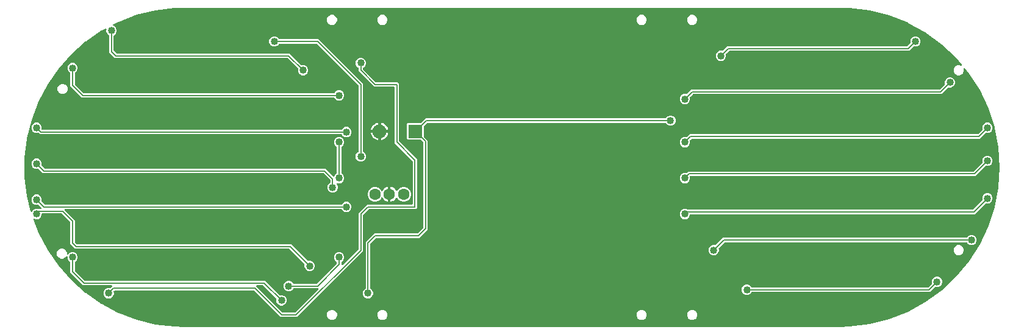
<source format=gbr>
G04 EAGLE Gerber RS-274X export*
G75*
%MOMM*%
%FSLAX34Y34*%
%LPD*%
%INBottom Copper*%
%IPPOS*%
%AMOC8*
5,1,8,0,0,1.08239X$1,22.5*%
G01*
%ADD10C,1.600000*%
%ADD11C,1.930400*%
%ADD12R,1.930400X1.930400*%
%ADD13C,1.016000*%
%ADD14C,0.203200*%

G36*
X1103387Y3045D02*
X1103387Y3045D01*
X1103475Y3048D01*
X1103478Y3049D01*
X1105000Y3049D01*
X1105017Y3051D01*
X1105032Y3049D01*
X1118905Y3485D01*
X1118958Y3494D01*
X1119000Y3493D01*
X1146527Y6970D01*
X1146597Y6989D01*
X1146652Y6994D01*
X1173525Y13894D01*
X1173593Y13922D01*
X1173647Y13933D01*
X1199444Y24147D01*
X1199507Y24183D01*
X1199559Y24201D01*
X1223873Y37568D01*
X1223931Y37612D01*
X1223980Y37636D01*
X1246427Y53945D01*
X1246479Y53995D01*
X1246525Y54026D01*
X1266750Y73019D01*
X1266796Y73076D01*
X1266838Y73112D01*
X1284523Y94490D01*
X1284561Y94552D01*
X1284598Y94593D01*
X1299465Y118019D01*
X1299495Y118086D01*
X1299526Y118131D01*
X1311340Y143236D01*
X1311361Y143306D01*
X1311387Y143354D01*
X1319960Y169742D01*
X1319973Y169814D01*
X1319992Y169865D01*
X1325191Y197119D01*
X1325195Y197192D01*
X1325207Y197246D01*
X1326949Y224936D01*
X1326944Y225009D01*
X1326949Y225064D01*
X1325207Y252754D01*
X1325192Y252826D01*
X1325191Y252881D01*
X1319992Y280135D01*
X1319969Y280204D01*
X1319960Y280258D01*
X1311387Y306646D01*
X1311355Y306711D01*
X1311340Y306764D01*
X1299526Y331869D01*
X1299486Y331930D01*
X1299465Y331981D01*
X1284598Y355407D01*
X1284551Y355463D01*
X1284523Y355510D01*
X1278711Y362536D01*
X1278612Y362626D01*
X1278515Y362717D01*
X1278507Y362721D01*
X1278501Y362727D01*
X1278381Y362787D01*
X1278263Y362848D01*
X1278254Y362849D01*
X1278246Y362853D01*
X1278114Y362877D01*
X1277984Y362903D01*
X1277975Y362902D01*
X1277966Y362903D01*
X1277833Y362890D01*
X1277701Y362878D01*
X1277692Y362875D01*
X1277683Y362874D01*
X1277560Y362824D01*
X1277435Y362776D01*
X1277428Y362771D01*
X1277420Y362767D01*
X1277315Y362685D01*
X1277209Y362604D01*
X1277203Y362597D01*
X1277196Y362592D01*
X1277118Y362483D01*
X1277038Y362377D01*
X1277035Y362368D01*
X1277030Y362361D01*
X1276985Y362235D01*
X1276938Y362111D01*
X1276937Y362102D01*
X1276934Y362093D01*
X1276926Y361960D01*
X1276915Y361827D01*
X1276917Y361819D01*
X1276917Y361810D01*
X1276978Y361532D01*
X1276987Y361517D01*
X1276991Y361500D01*
X1277033Y361399D01*
X1277033Y358601D01*
X1275962Y356016D01*
X1273984Y354038D01*
X1271399Y352967D01*
X1268601Y352967D01*
X1266016Y354038D01*
X1264038Y356016D01*
X1262967Y358601D01*
X1262967Y361399D01*
X1264038Y363984D01*
X1266016Y365962D01*
X1268601Y367033D01*
X1271399Y367033D01*
X1273087Y366333D01*
X1273124Y366324D01*
X1273159Y366307D01*
X1273262Y366288D01*
X1273363Y366262D01*
X1273401Y366263D01*
X1273439Y366257D01*
X1273543Y366268D01*
X1273647Y366271D01*
X1273683Y366282D01*
X1273721Y366286D01*
X1273818Y366325D01*
X1273918Y366357D01*
X1273949Y366378D01*
X1273985Y366393D01*
X1274067Y366457D01*
X1274154Y366515D01*
X1274178Y366545D01*
X1274208Y366568D01*
X1274270Y366653D01*
X1274337Y366733D01*
X1274352Y366768D01*
X1274375Y366799D01*
X1274410Y366897D01*
X1274452Y366993D01*
X1274457Y367031D01*
X1274470Y367067D01*
X1274477Y367171D01*
X1274491Y367274D01*
X1274486Y367312D01*
X1274488Y367350D01*
X1274465Y367452D01*
X1274450Y367556D01*
X1274435Y367591D01*
X1274426Y367628D01*
X1274387Y367695D01*
X1274333Y367815D01*
X1274286Y367871D01*
X1274258Y367918D01*
X1266838Y376888D01*
X1266784Y376937D01*
X1266750Y376981D01*
X1246525Y395974D01*
X1246465Y396016D01*
X1246427Y396055D01*
X1223980Y412364D01*
X1223916Y412398D01*
X1223873Y412432D01*
X1199559Y425799D01*
X1199491Y425824D01*
X1199444Y425853D01*
X1173647Y436067D01*
X1173576Y436084D01*
X1173525Y436106D01*
X1146652Y443006D01*
X1146609Y443011D01*
X1146567Y443024D01*
X1146544Y443025D01*
X1146527Y443030D01*
X1119000Y446507D01*
X1118946Y446506D01*
X1118905Y446515D01*
X1105032Y446951D01*
X1105014Y446949D01*
X1105000Y446951D01*
X1103414Y446951D01*
X1103378Y446954D01*
X1103301Y446967D01*
X195000Y446967D01*
X194983Y446965D01*
X194969Y446967D01*
X181629Y446564D01*
X181578Y446555D01*
X181537Y446557D01*
X155050Y443341D01*
X154982Y443323D01*
X154929Y443319D01*
X129023Y436933D01*
X128958Y436907D01*
X128906Y436897D01*
X103958Y427435D01*
X103897Y427402D01*
X103847Y427385D01*
X96432Y423494D01*
X96330Y423420D01*
X96226Y423351D01*
X96215Y423338D01*
X96202Y423328D01*
X96124Y423229D01*
X96043Y423133D01*
X96036Y423117D01*
X96026Y423104D01*
X95979Y422988D01*
X95928Y422873D01*
X95925Y422856D01*
X95919Y422841D01*
X95906Y422716D01*
X95889Y422592D01*
X95891Y422575D01*
X95889Y422558D01*
X95912Y422434D01*
X95930Y422310D01*
X95936Y422295D01*
X95939Y422278D01*
X95995Y422165D01*
X96047Y422051D01*
X96058Y422038D01*
X96065Y422023D01*
X96150Y421930D01*
X96231Y421835D01*
X96244Y421827D01*
X96257Y421813D01*
X96499Y421664D01*
X96508Y421661D01*
X96516Y421657D01*
X98029Y421030D01*
X100030Y419029D01*
X101113Y416415D01*
X101113Y413585D01*
X100030Y410971D01*
X98029Y408970D01*
X97675Y408824D01*
X97674Y408823D01*
X97673Y408822D01*
X97554Y408752D01*
X97431Y408679D01*
X97430Y408678D01*
X97428Y408677D01*
X97330Y408573D01*
X97235Y408472D01*
X97235Y408471D01*
X97234Y408470D01*
X97169Y408344D01*
X97105Y408220D01*
X97105Y408218D01*
X97104Y408217D01*
X97102Y408202D01*
X97050Y407941D01*
X97053Y407910D01*
X97049Y407886D01*
X97049Y387683D01*
X97061Y387597D01*
X97064Y387509D01*
X97081Y387457D01*
X97089Y387402D01*
X97124Y387322D01*
X97151Y387239D01*
X97179Y387200D01*
X97205Y387142D01*
X97301Y387029D01*
X97346Y386965D01*
X100965Y383346D01*
X101035Y383294D01*
X101099Y383234D01*
X101149Y383208D01*
X101193Y383175D01*
X101274Y383144D01*
X101352Y383104D01*
X101400Y383096D01*
X101458Y383074D01*
X101606Y383062D01*
X101683Y383049D01*
X341263Y383049D01*
X357125Y367186D01*
X357126Y367185D01*
X357127Y367184D01*
X357241Y367099D01*
X357352Y367015D01*
X357354Y367015D01*
X357355Y367014D01*
X357487Y366964D01*
X357618Y366914D01*
X357620Y366914D01*
X357621Y366914D01*
X357760Y366902D01*
X357901Y366891D01*
X357903Y366891D01*
X357904Y366891D01*
X357919Y366894D01*
X358180Y366947D01*
X358207Y366961D01*
X358232Y366966D01*
X358585Y367113D01*
X361415Y367113D01*
X364029Y366030D01*
X366030Y364029D01*
X367113Y361415D01*
X367113Y358585D01*
X366030Y355971D01*
X364029Y353970D01*
X361415Y352887D01*
X358585Y352887D01*
X355971Y353970D01*
X353970Y355971D01*
X352887Y358585D01*
X352887Y361415D01*
X353034Y361768D01*
X353034Y361770D01*
X353035Y361771D01*
X353069Y361904D01*
X353105Y362044D01*
X353105Y362045D01*
X353105Y362047D01*
X353101Y362185D01*
X353097Y362328D01*
X353096Y362329D01*
X353096Y362331D01*
X353053Y362465D01*
X353010Y362599D01*
X353009Y362600D01*
X353009Y362601D01*
X353000Y362614D01*
X352852Y362835D01*
X352828Y362854D01*
X352814Y362875D01*
X339035Y376654D01*
X338965Y376706D01*
X338901Y376766D01*
X338851Y376792D01*
X338807Y376825D01*
X338726Y376856D01*
X338648Y376896D01*
X338600Y376904D01*
X338542Y376926D01*
X338394Y376938D01*
X338317Y376951D01*
X98737Y376951D01*
X96654Y379034D01*
X96654Y379035D01*
X93035Y382654D01*
X93034Y382654D01*
X90951Y384737D01*
X90951Y407886D01*
X90951Y407887D01*
X90951Y407889D01*
X90931Y408030D01*
X90911Y408167D01*
X90911Y408169D01*
X90911Y408170D01*
X90854Y408296D01*
X90795Y408427D01*
X90794Y408428D01*
X90793Y408429D01*
X90700Y408538D01*
X90612Y408644D01*
X90610Y408644D01*
X90609Y408646D01*
X90596Y408654D01*
X90375Y408801D01*
X90346Y408810D01*
X90325Y408824D01*
X89971Y408970D01*
X87970Y410971D01*
X86887Y413585D01*
X86887Y416415D01*
X86909Y416468D01*
X86928Y416541D01*
X86957Y416611D01*
X86964Y416678D01*
X86980Y416744D01*
X86978Y416819D01*
X86986Y416894D01*
X86974Y416960D01*
X86972Y417028D01*
X86949Y417099D01*
X86936Y417174D01*
X86906Y417234D01*
X86886Y417299D01*
X86844Y417361D01*
X86810Y417429D01*
X86765Y417479D01*
X86727Y417535D01*
X86670Y417583D01*
X86619Y417639D01*
X86561Y417674D01*
X86510Y417718D01*
X86441Y417748D01*
X86377Y417788D01*
X86312Y417806D01*
X86250Y417833D01*
X86175Y417844D01*
X86103Y417864D01*
X86035Y417863D01*
X85968Y417872D01*
X85894Y417861D01*
X85819Y417861D01*
X85764Y417843D01*
X85687Y417831D01*
X85573Y417780D01*
X85500Y417756D01*
X80221Y414986D01*
X80164Y414945D01*
X80116Y414922D01*
X58158Y399765D01*
X58107Y399718D01*
X58061Y399690D01*
X38090Y381997D01*
X38045Y381943D01*
X38003Y381910D01*
X20310Y361939D01*
X20272Y361880D01*
X20235Y361842D01*
X5078Y339884D01*
X5047Y339821D01*
X5014Y339779D01*
X-7385Y316153D01*
X-7409Y316087D01*
X-7435Y316042D01*
X-16897Y291094D01*
X-16912Y291026D01*
X-16933Y290977D01*
X-23319Y265071D01*
X-23326Y265001D01*
X-23341Y264950D01*
X-26557Y238463D01*
X-26556Y238411D01*
X-26564Y238371D01*
X-26967Y225031D01*
X-26965Y225014D01*
X-26967Y225000D01*
X-26965Y224983D01*
X-26967Y224969D01*
X-26564Y211629D01*
X-26555Y211578D01*
X-26557Y211537D01*
X-23341Y185050D01*
X-23323Y184982D01*
X-23319Y184929D01*
X-18110Y163797D01*
X-18070Y163699D01*
X-18038Y163598D01*
X-18018Y163568D01*
X-18004Y163533D01*
X-17939Y163450D01*
X-17880Y163362D01*
X-17852Y163339D01*
X-17829Y163309D01*
X-17743Y163247D01*
X-17662Y163179D01*
X-17629Y163164D01*
X-17599Y163143D01*
X-17499Y163107D01*
X-17403Y163064D01*
X-17366Y163059D01*
X-17331Y163046D01*
X-17226Y163039D01*
X-17121Y163025D01*
X-17084Y163030D01*
X-17048Y163028D01*
X-16944Y163050D01*
X-16840Y163066D01*
X-16806Y163081D01*
X-16770Y163089D01*
X-16677Y163139D01*
X-16581Y163183D01*
X-16552Y163207D01*
X-16520Y163224D01*
X-16445Y163298D01*
X-16364Y163367D01*
X-16347Y163395D01*
X-16317Y163424D01*
X-16218Y163601D01*
X-16186Y163652D01*
X-16030Y164029D01*
X-14029Y166030D01*
X-11415Y167113D01*
X-8585Y167113D01*
X-8232Y166966D01*
X-8230Y166966D01*
X-8229Y166965D01*
X-8089Y166929D01*
X-7956Y166895D01*
X-7955Y166895D01*
X-7953Y166895D01*
X-7807Y166900D01*
X-7672Y166903D01*
X-7671Y166904D01*
X-7669Y166904D01*
X-7531Y166949D01*
X-7401Y166990D01*
X-7400Y166991D01*
X-7398Y166992D01*
X-7385Y167001D01*
X-7314Y167049D01*
X-3811Y167049D01*
X-3782Y167053D01*
X-3753Y167050D01*
X-3642Y167073D01*
X-3530Y167089D01*
X-3503Y167101D01*
X-3474Y167106D01*
X-3374Y167158D01*
X-3270Y167205D01*
X-3248Y167224D01*
X-3222Y167237D01*
X-3140Y167315D01*
X-3053Y167388D01*
X-3037Y167413D01*
X-3016Y167433D01*
X-2959Y167531D01*
X-2896Y167625D01*
X-2887Y167653D01*
X-2872Y167678D01*
X-2844Y167788D01*
X-2810Y167896D01*
X-2809Y167925D01*
X-2802Y167954D01*
X-2806Y168067D01*
X-2803Y168180D01*
X-2810Y168209D01*
X-2811Y168238D01*
X-2846Y168346D01*
X-2875Y168455D01*
X-2890Y168481D01*
X-2899Y168509D01*
X-2944Y168572D01*
X-3020Y168700D01*
X-3065Y168743D01*
X-3093Y168782D01*
X-3346Y169035D01*
X-7125Y172814D01*
X-7126Y172815D01*
X-7127Y172816D01*
X-7241Y172901D01*
X-7352Y172985D01*
X-7354Y172985D01*
X-7355Y172986D01*
X-7487Y173036D01*
X-7618Y173086D01*
X-7620Y173086D01*
X-7621Y173086D01*
X-7760Y173098D01*
X-7901Y173109D01*
X-7903Y173109D01*
X-7904Y173109D01*
X-7919Y173106D01*
X-8180Y173053D01*
X-8207Y173039D01*
X-8232Y173034D01*
X-8585Y172887D01*
X-11415Y172887D01*
X-14029Y173970D01*
X-16030Y175971D01*
X-17113Y178585D01*
X-17113Y181415D01*
X-16030Y184029D01*
X-14029Y186030D01*
X-11415Y187113D01*
X-8585Y187113D01*
X-5971Y186030D01*
X-3970Y184029D01*
X-2887Y181415D01*
X-2887Y178585D01*
X-3034Y178232D01*
X-3034Y178230D01*
X-3035Y178229D01*
X-3069Y178094D01*
X-3105Y177956D01*
X-3105Y177955D01*
X-3105Y177953D01*
X-3100Y177803D01*
X-3097Y177672D01*
X-3096Y177671D01*
X-3096Y177669D01*
X-3052Y177533D01*
X-3010Y177401D01*
X-3009Y177400D01*
X-3009Y177399D01*
X-3000Y177386D01*
X-2852Y177165D01*
X-2828Y177145D01*
X-2814Y177125D01*
X965Y173346D01*
X1035Y173294D01*
X1099Y173234D01*
X1149Y173208D01*
X1193Y173175D01*
X1274Y173144D01*
X1352Y173104D01*
X1400Y173096D01*
X1458Y173074D01*
X1606Y173062D01*
X1683Y173049D01*
X412886Y173049D01*
X412887Y173049D01*
X412889Y173049D01*
X413030Y173069D01*
X413167Y173089D01*
X413169Y173089D01*
X413170Y173089D01*
X413300Y173148D01*
X413427Y173205D01*
X413428Y173206D01*
X413429Y173207D01*
X413538Y173300D01*
X413644Y173388D01*
X413644Y173390D01*
X413646Y173391D01*
X413654Y173404D01*
X413801Y173625D01*
X413810Y173654D01*
X413824Y173675D01*
X413970Y174029D01*
X415971Y176030D01*
X418585Y177113D01*
X421415Y177113D01*
X424029Y176030D01*
X426030Y174029D01*
X427113Y171415D01*
X427113Y168585D01*
X426030Y165971D01*
X424029Y163970D01*
X421415Y162887D01*
X418585Y162887D01*
X415971Y163970D01*
X413970Y165971D01*
X413824Y166325D01*
X413823Y166326D01*
X413822Y166327D01*
X413752Y166446D01*
X413679Y166569D01*
X413678Y166570D01*
X413677Y166572D01*
X413573Y166670D01*
X413472Y166765D01*
X413471Y166765D01*
X413470Y166766D01*
X413344Y166831D01*
X413220Y166895D01*
X413218Y166895D01*
X413217Y166896D01*
X413202Y166898D01*
X412941Y166950D01*
X412910Y166947D01*
X412886Y166951D01*
X29811Y166951D01*
X29782Y166947D01*
X29753Y166950D01*
X29642Y166927D01*
X29530Y166911D01*
X29503Y166899D01*
X29474Y166894D01*
X29374Y166842D01*
X29270Y166795D01*
X29248Y166776D01*
X29222Y166763D01*
X29140Y166685D01*
X29053Y166612D01*
X29037Y166587D01*
X29016Y166567D01*
X28959Y166469D01*
X28896Y166375D01*
X28887Y166347D01*
X28872Y166322D01*
X28844Y166212D01*
X28810Y166104D01*
X28809Y166075D01*
X28802Y166046D01*
X28806Y165933D01*
X28803Y165820D01*
X28810Y165791D01*
X28811Y165762D01*
X28846Y165654D01*
X28875Y165545D01*
X28890Y165519D01*
X28899Y165491D01*
X28944Y165428D01*
X29020Y165300D01*
X29065Y165257D01*
X29093Y165218D01*
X29346Y164965D01*
X43049Y151263D01*
X43049Y121683D01*
X43061Y121597D01*
X43064Y121509D01*
X43081Y121457D01*
X43089Y121402D01*
X43124Y121322D01*
X43151Y121239D01*
X43179Y121200D01*
X43205Y121142D01*
X43301Y121029D01*
X43346Y120965D01*
X45965Y118346D01*
X46035Y118294D01*
X46099Y118234D01*
X46149Y118208D01*
X46193Y118175D01*
X46274Y118144D01*
X46352Y118104D01*
X46400Y118096D01*
X46458Y118074D01*
X46606Y118062D01*
X46683Y118049D01*
X343263Y118049D01*
X345346Y115966D01*
X345346Y115965D01*
X366125Y95186D01*
X366126Y95185D01*
X366127Y95184D01*
X366241Y95099D01*
X366352Y95015D01*
X366354Y95015D01*
X366355Y95014D01*
X366487Y94964D01*
X366618Y94914D01*
X366620Y94914D01*
X366621Y94914D01*
X366760Y94902D01*
X366901Y94891D01*
X366903Y94891D01*
X366904Y94891D01*
X366919Y94894D01*
X367180Y94947D01*
X367207Y94961D01*
X367232Y94966D01*
X367585Y95113D01*
X370415Y95113D01*
X373029Y94030D01*
X375030Y92029D01*
X376113Y89415D01*
X376113Y86585D01*
X375030Y83971D01*
X373029Y81970D01*
X370415Y80887D01*
X367585Y80887D01*
X364971Y81970D01*
X362970Y83971D01*
X361887Y86585D01*
X361887Y89415D01*
X362034Y89768D01*
X362034Y89770D01*
X362035Y89771D01*
X362069Y89904D01*
X362105Y90044D01*
X362105Y90045D01*
X362105Y90047D01*
X362101Y90188D01*
X362097Y90328D01*
X362096Y90329D01*
X362096Y90331D01*
X362053Y90465D01*
X362010Y90599D01*
X362009Y90600D01*
X362009Y90601D01*
X362000Y90614D01*
X361852Y90835D01*
X361828Y90854D01*
X361814Y90875D01*
X341035Y111654D01*
X340965Y111706D01*
X340901Y111766D01*
X340851Y111792D01*
X340807Y111825D01*
X340726Y111856D01*
X340648Y111896D01*
X340600Y111904D01*
X340542Y111926D01*
X340394Y111938D01*
X340317Y111951D01*
X43737Y111951D01*
X36951Y118737D01*
X36951Y148317D01*
X36939Y148403D01*
X36936Y148491D01*
X36919Y148543D01*
X36911Y148598D01*
X36876Y148678D01*
X36849Y148761D01*
X36821Y148800D01*
X36795Y148858D01*
X36699Y148971D01*
X36654Y149035D01*
X25035Y160654D01*
X24965Y160706D01*
X24901Y160766D01*
X24851Y160792D01*
X24807Y160825D01*
X24726Y160856D01*
X24648Y160896D01*
X24600Y160904D01*
X24542Y160926D01*
X24394Y160938D01*
X24317Y160951D01*
X-1872Y160951D01*
X-1930Y160943D01*
X-1988Y160945D01*
X-2070Y160923D01*
X-2154Y160911D01*
X-2207Y160888D01*
X-2263Y160873D01*
X-2336Y160830D01*
X-2413Y160795D01*
X-2458Y160757D01*
X-2508Y160728D01*
X-2566Y160666D01*
X-2630Y160612D01*
X-2662Y160563D01*
X-2702Y160520D01*
X-2741Y160445D01*
X-2788Y160375D01*
X-2805Y160319D01*
X-2832Y160267D01*
X-2843Y160199D01*
X-2873Y160104D01*
X-2876Y160004D01*
X-2887Y159936D01*
X-2887Y158585D01*
X-3970Y155971D01*
X-5971Y153970D01*
X-8585Y152887D01*
X-11415Y152887D01*
X-13039Y153560D01*
X-13053Y153564D01*
X-13065Y153570D01*
X-13190Y153599D01*
X-13315Y153631D01*
X-13328Y153631D01*
X-13342Y153634D01*
X-13470Y153627D01*
X-13599Y153623D01*
X-13612Y153619D01*
X-13626Y153618D01*
X-13747Y153576D01*
X-13870Y153536D01*
X-13881Y153529D01*
X-13894Y153524D01*
X-13999Y153450D01*
X-14106Y153378D01*
X-14115Y153367D01*
X-14126Y153359D01*
X-14206Y153259D01*
X-14289Y153160D01*
X-14294Y153148D01*
X-14303Y153137D01*
X-14352Y153018D01*
X-14404Y152901D01*
X-14406Y152887D01*
X-14411Y152874D01*
X-14425Y152746D01*
X-14443Y152619D01*
X-14441Y152605D01*
X-14443Y152591D01*
X-14430Y152526D01*
X-14402Y152338D01*
X-14384Y152297D01*
X-14377Y152262D01*
X-7435Y133958D01*
X-7402Y133897D01*
X-7385Y133847D01*
X5014Y110221D01*
X5055Y110164D01*
X5078Y110116D01*
X20235Y88158D01*
X20260Y88131D01*
X20279Y88099D01*
X20299Y88080D01*
X20310Y88062D01*
X38003Y68090D01*
X38057Y68045D01*
X38090Y68003D01*
X58061Y50310D01*
X58120Y50272D01*
X58158Y50235D01*
X80116Y35078D01*
X80179Y35047D01*
X80221Y35014D01*
X103847Y22615D01*
X103913Y22591D01*
X103958Y22565D01*
X128906Y13103D01*
X128974Y13088D01*
X129023Y13067D01*
X154929Y6681D01*
X154999Y6674D01*
X155050Y6659D01*
X181537Y3443D01*
X181589Y3444D01*
X181629Y3436D01*
X194969Y3033D01*
X194986Y3035D01*
X195000Y3033D01*
X1103301Y3033D01*
X1103387Y3045D01*
G37*
%LPC*%
G36*
X328737Y16951D02*
X328737Y16951D01*
X326654Y19035D01*
X292035Y53654D01*
X291965Y53706D01*
X291901Y53766D01*
X291852Y53792D01*
X291807Y53825D01*
X291726Y53856D01*
X291648Y53896D01*
X291600Y53904D01*
X291542Y53926D01*
X291394Y53938D01*
X291317Y53951D01*
X98683Y53951D01*
X98597Y53939D01*
X98509Y53936D01*
X98457Y53919D01*
X98402Y53911D01*
X98322Y53876D01*
X98239Y53849D01*
X98200Y53821D01*
X98142Y53795D01*
X98029Y53699D01*
X97965Y53654D01*
X97186Y52875D01*
X97185Y52874D01*
X97184Y52873D01*
X97096Y52754D01*
X97015Y52648D01*
X97015Y52646D01*
X97014Y52645D01*
X96962Y52508D01*
X96914Y52382D01*
X96914Y52380D01*
X96914Y52379D01*
X96902Y52240D01*
X96891Y52099D01*
X96891Y52097D01*
X96891Y52096D01*
X96894Y52081D01*
X96947Y51820D01*
X96961Y51793D01*
X96966Y51768D01*
X97113Y51415D01*
X97113Y48585D01*
X96030Y45971D01*
X94029Y43970D01*
X91415Y42887D01*
X88585Y42887D01*
X85971Y43970D01*
X83970Y45971D01*
X82887Y48585D01*
X82887Y51415D01*
X83970Y54029D01*
X85971Y56030D01*
X88585Y57113D01*
X91415Y57113D01*
X91768Y56966D01*
X91770Y56966D01*
X91771Y56965D01*
X91904Y56931D01*
X92044Y56895D01*
X92045Y56895D01*
X92047Y56895D01*
X92188Y56899D01*
X92328Y56903D01*
X92329Y56904D01*
X92331Y56904D01*
X92465Y56947D01*
X92599Y56990D01*
X92600Y56991D01*
X92601Y56991D01*
X92614Y57000D01*
X92835Y57148D01*
X92855Y57172D01*
X92875Y57186D01*
X93654Y57965D01*
X94907Y59218D01*
X94924Y59242D01*
X94947Y59261D01*
X95009Y59355D01*
X95077Y59445D01*
X95088Y59473D01*
X95104Y59497D01*
X95138Y59605D01*
X95179Y59711D01*
X95181Y59740D01*
X95190Y59768D01*
X95193Y59882D01*
X95202Y59994D01*
X95197Y60023D01*
X95197Y60052D01*
X95169Y60162D01*
X95146Y60273D01*
X95133Y60299D01*
X95125Y60327D01*
X95068Y60425D01*
X95015Y60525D01*
X94995Y60547D01*
X94980Y60572D01*
X94898Y60649D01*
X94820Y60731D01*
X94794Y60746D01*
X94773Y60766D01*
X94672Y60818D01*
X94574Y60875D01*
X94546Y60882D01*
X94520Y60896D01*
X94442Y60909D01*
X94299Y60945D01*
X94236Y60943D01*
X94189Y60951D01*
X54737Y60951D01*
X36951Y78737D01*
X36951Y92886D01*
X36951Y92887D01*
X36951Y92889D01*
X36931Y93030D01*
X36911Y93167D01*
X36911Y93169D01*
X36911Y93170D01*
X36852Y93300D01*
X36795Y93427D01*
X36794Y93428D01*
X36793Y93429D01*
X36700Y93538D01*
X36612Y93644D01*
X36610Y93644D01*
X36609Y93646D01*
X36596Y93654D01*
X36375Y93801D01*
X36346Y93810D01*
X36325Y93824D01*
X35971Y93970D01*
X33970Y95971D01*
X32887Y98585D01*
X32887Y100560D01*
X32880Y100608D01*
X32881Y100613D01*
X32879Y100620D01*
X32875Y100645D01*
X32873Y100731D01*
X32855Y100785D01*
X32847Y100842D01*
X32812Y100920D01*
X32786Y101002D01*
X32754Y101049D01*
X32731Y101101D01*
X32676Y101167D01*
X32628Y101238D01*
X32584Y101275D01*
X32548Y101318D01*
X32476Y101366D01*
X32410Y101421D01*
X32358Y101444D01*
X32311Y101476D01*
X32229Y101502D01*
X32150Y101537D01*
X32094Y101544D01*
X32040Y101561D01*
X31954Y101564D01*
X31869Y101575D01*
X31812Y101567D01*
X31756Y101569D01*
X31672Y101547D01*
X31587Y101535D01*
X31536Y101511D01*
X31481Y101497D01*
X31407Y101453D01*
X31328Y101418D01*
X31285Y101381D01*
X31236Y101352D01*
X31177Y101289D01*
X31112Y101233D01*
X31086Y101191D01*
X31042Y101144D01*
X30991Y101045D01*
X28984Y99038D01*
X26399Y97967D01*
X23601Y97967D01*
X21016Y99038D01*
X19038Y101016D01*
X17967Y103601D01*
X17967Y106399D01*
X19038Y108984D01*
X21016Y110962D01*
X23601Y112033D01*
X26399Y112033D01*
X28984Y110962D01*
X30962Y108984D01*
X32033Y106399D01*
X32033Y104456D01*
X32045Y104371D01*
X32047Y104285D01*
X32065Y104231D01*
X32073Y104174D01*
X32108Y104096D01*
X32134Y104014D01*
X32166Y103967D01*
X32189Y103915D01*
X32244Y103849D01*
X32292Y103778D01*
X32336Y103741D01*
X32372Y103698D01*
X32444Y103650D01*
X32510Y103595D01*
X32562Y103572D01*
X32609Y103540D01*
X32691Y103514D01*
X32770Y103479D01*
X32826Y103472D01*
X32880Y103454D01*
X32966Y103452D01*
X33051Y103441D01*
X33108Y103449D01*
X33164Y103447D01*
X33247Y103469D01*
X33333Y103481D01*
X33384Y103505D01*
X33439Y103519D01*
X33513Y103563D01*
X33592Y103598D01*
X33635Y103635D01*
X33684Y103664D01*
X33743Y103727D01*
X33808Y103783D01*
X33834Y103825D01*
X33878Y103872D01*
X33944Y104001D01*
X33949Y104008D01*
X35971Y106030D01*
X38585Y107113D01*
X41415Y107113D01*
X44029Y106030D01*
X46030Y104029D01*
X47113Y101415D01*
X47113Y98585D01*
X46030Y95971D01*
X44029Y93970D01*
X43675Y93824D01*
X43674Y93823D01*
X43673Y93822D01*
X43554Y93752D01*
X43431Y93679D01*
X43430Y93678D01*
X43428Y93677D01*
X43330Y93573D01*
X43235Y93472D01*
X43235Y93471D01*
X43234Y93470D01*
X43169Y93344D01*
X43105Y93220D01*
X43105Y93218D01*
X43104Y93217D01*
X43102Y93202D01*
X43050Y92941D01*
X43053Y92910D01*
X43049Y92886D01*
X43049Y81683D01*
X43061Y81597D01*
X43064Y81509D01*
X43081Y81457D01*
X43089Y81402D01*
X43124Y81322D01*
X43151Y81239D01*
X43179Y81200D01*
X43205Y81142D01*
X43301Y81029D01*
X43346Y80965D01*
X56965Y67346D01*
X57035Y67294D01*
X57099Y67234D01*
X57149Y67208D01*
X57193Y67175D01*
X57274Y67144D01*
X57352Y67104D01*
X57400Y67096D01*
X57458Y67074D01*
X57606Y67062D01*
X57683Y67049D01*
X307263Y67049D01*
X327125Y47186D01*
X327127Y47185D01*
X327127Y47184D01*
X327241Y47099D01*
X327352Y47015D01*
X327354Y47015D01*
X327355Y47014D01*
X327485Y46965D01*
X327618Y46914D01*
X327620Y46914D01*
X327621Y46914D01*
X327760Y46902D01*
X327901Y46891D01*
X327903Y46891D01*
X327905Y46891D01*
X327919Y46894D01*
X328180Y46947D01*
X328207Y46961D01*
X328232Y46966D01*
X328585Y47113D01*
X331415Y47113D01*
X334029Y46030D01*
X336030Y44029D01*
X337113Y41415D01*
X337113Y38585D01*
X336030Y35971D01*
X334029Y33970D01*
X331415Y32887D01*
X328585Y32887D01*
X325971Y33970D01*
X323970Y35971D01*
X322887Y38585D01*
X322887Y41415D01*
X323034Y41768D01*
X323034Y41770D01*
X323035Y41771D01*
X323068Y41903D01*
X323105Y42044D01*
X323105Y42045D01*
X323105Y42047D01*
X323101Y42188D01*
X323097Y42328D01*
X323096Y42329D01*
X323096Y42331D01*
X323052Y42467D01*
X323010Y42599D01*
X323009Y42600D01*
X323009Y42601D01*
X323000Y42614D01*
X322852Y42835D01*
X322828Y42854D01*
X322814Y42875D01*
X305035Y60654D01*
X304965Y60706D01*
X304901Y60766D01*
X304851Y60792D01*
X304807Y60825D01*
X304726Y60856D01*
X304648Y60896D01*
X304600Y60904D01*
X304542Y60926D01*
X304394Y60938D01*
X304317Y60951D01*
X295811Y60951D01*
X295782Y60947D01*
X295753Y60950D01*
X295642Y60927D01*
X295530Y60911D01*
X295503Y60899D01*
X295474Y60894D01*
X295374Y60841D01*
X295270Y60795D01*
X295248Y60776D01*
X295222Y60763D01*
X295140Y60685D01*
X295053Y60612D01*
X295037Y60587D01*
X295016Y60567D01*
X294959Y60469D01*
X294896Y60375D01*
X294887Y60347D01*
X294872Y60322D01*
X294844Y60212D01*
X294810Y60104D01*
X294809Y60074D01*
X294802Y60046D01*
X294806Y59933D01*
X294803Y59820D01*
X294810Y59791D01*
X294811Y59762D01*
X294846Y59654D01*
X294875Y59545D01*
X294889Y59519D01*
X294899Y59491D01*
X294944Y59427D01*
X295020Y59300D01*
X295065Y59258D01*
X295069Y59251D01*
X295072Y59248D01*
X295093Y59218D01*
X296346Y57965D01*
X330965Y23346D01*
X331035Y23294D01*
X331099Y23234D01*
X331149Y23208D01*
X331193Y23175D01*
X331274Y23144D01*
X331352Y23104D01*
X331400Y23096D01*
X331458Y23074D01*
X331606Y23062D01*
X331683Y23049D01*
X348317Y23049D01*
X348403Y23061D01*
X348491Y23064D01*
X348543Y23081D01*
X348598Y23089D01*
X348678Y23124D01*
X348761Y23151D01*
X348800Y23179D01*
X348858Y23205D01*
X348971Y23301D01*
X349035Y23346D01*
X380907Y55218D01*
X380924Y55242D01*
X380947Y55261D01*
X381009Y55355D01*
X381077Y55445D01*
X381088Y55473D01*
X381104Y55497D01*
X381138Y55605D01*
X381179Y55711D01*
X381181Y55740D01*
X381190Y55768D01*
X381193Y55882D01*
X381202Y55994D01*
X381197Y56023D01*
X381197Y56052D01*
X381169Y56162D01*
X381146Y56273D01*
X381133Y56299D01*
X381125Y56327D01*
X381068Y56425D01*
X381015Y56525D01*
X380995Y56547D01*
X380980Y56572D01*
X380898Y56649D01*
X380820Y56731D01*
X380794Y56746D01*
X380773Y56766D01*
X380672Y56818D01*
X380574Y56875D01*
X380546Y56882D01*
X380520Y56896D01*
X380442Y56909D01*
X380299Y56945D01*
X380236Y56943D01*
X380189Y56951D01*
X347114Y56951D01*
X347113Y56951D01*
X347111Y56951D01*
X346970Y56931D01*
X346833Y56911D01*
X346831Y56911D01*
X346830Y56911D01*
X346700Y56852D01*
X346573Y56795D01*
X346572Y56794D01*
X346571Y56793D01*
X346462Y56700D01*
X346356Y56612D01*
X346356Y56610D01*
X346354Y56609D01*
X346346Y56596D01*
X346199Y56375D01*
X346190Y56346D01*
X346176Y56325D01*
X346030Y55971D01*
X344029Y53970D01*
X341415Y52887D01*
X338585Y52887D01*
X335971Y53970D01*
X333970Y55971D01*
X332887Y58585D01*
X332887Y61415D01*
X333970Y64029D01*
X335971Y66030D01*
X338585Y67113D01*
X341415Y67113D01*
X344029Y66030D01*
X346030Y64029D01*
X346176Y63675D01*
X346177Y63674D01*
X346178Y63673D01*
X346248Y63554D01*
X346321Y63431D01*
X346322Y63430D01*
X346323Y63428D01*
X346427Y63330D01*
X346528Y63235D01*
X346529Y63235D01*
X346530Y63234D01*
X346656Y63169D01*
X346780Y63105D01*
X346782Y63105D01*
X346783Y63104D01*
X346798Y63102D01*
X347059Y63050D01*
X347090Y63053D01*
X347114Y63049D01*
X378317Y63049D01*
X378403Y63061D01*
X378491Y63064D01*
X378543Y63081D01*
X378598Y63089D01*
X378678Y63124D01*
X378761Y63151D01*
X378800Y63179D01*
X378858Y63205D01*
X378971Y63301D01*
X379035Y63346D01*
X406654Y90965D01*
X406706Y91035D01*
X406766Y91099D01*
X406792Y91149D01*
X406825Y91193D01*
X406856Y91274D01*
X406896Y91352D01*
X406904Y91400D01*
X406926Y91458D01*
X406938Y91606D01*
X406951Y91683D01*
X406951Y92886D01*
X406951Y92887D01*
X406951Y92889D01*
X406931Y93030D01*
X406911Y93167D01*
X406911Y93169D01*
X406911Y93170D01*
X406852Y93300D01*
X406795Y93427D01*
X406794Y93428D01*
X406793Y93429D01*
X406700Y93538D01*
X406612Y93644D01*
X406610Y93644D01*
X406609Y93646D01*
X406596Y93654D01*
X406375Y93801D01*
X406346Y93810D01*
X406325Y93824D01*
X405971Y93970D01*
X403970Y95971D01*
X402887Y98585D01*
X402887Y101415D01*
X403970Y104029D01*
X405971Y106030D01*
X408585Y107113D01*
X411415Y107113D01*
X414029Y106030D01*
X416030Y104029D01*
X417113Y101415D01*
X417113Y98585D01*
X416030Y95971D01*
X414029Y93970D01*
X413675Y93824D01*
X413674Y93823D01*
X413673Y93822D01*
X413554Y93752D01*
X413431Y93679D01*
X413430Y93678D01*
X413428Y93677D01*
X413330Y93573D01*
X413235Y93472D01*
X413235Y93471D01*
X413234Y93470D01*
X413169Y93344D01*
X413105Y93220D01*
X413105Y93218D01*
X413104Y93217D01*
X413102Y93202D01*
X413050Y92941D01*
X413053Y92910D01*
X413049Y92886D01*
X413049Y89811D01*
X413053Y89782D01*
X413050Y89753D01*
X413073Y89642D01*
X413089Y89530D01*
X413101Y89503D01*
X413106Y89474D01*
X413158Y89374D01*
X413205Y89270D01*
X413224Y89248D01*
X413237Y89222D01*
X413315Y89140D01*
X413388Y89053D01*
X413413Y89037D01*
X413433Y89016D01*
X413531Y88959D01*
X413625Y88896D01*
X413653Y88887D01*
X413678Y88872D01*
X413788Y88844D01*
X413896Y88810D01*
X413926Y88809D01*
X413954Y88802D01*
X414067Y88806D01*
X414180Y88803D01*
X414209Y88810D01*
X414238Y88811D01*
X414346Y88846D01*
X414455Y88875D01*
X414481Y88890D01*
X414509Y88899D01*
X414572Y88944D01*
X414700Y89020D01*
X414743Y89065D01*
X414782Y89093D01*
X436654Y110965D01*
X436665Y110981D01*
X436675Y110989D01*
X436702Y111029D01*
X436706Y111035D01*
X436766Y111099D01*
X436792Y111149D01*
X436825Y111193D01*
X436856Y111274D01*
X436896Y111352D01*
X436904Y111400D01*
X436926Y111458D01*
X436938Y111606D01*
X436951Y111683D01*
X436951Y161263D01*
X439034Y163346D01*
X439035Y163346D01*
X446654Y170965D01*
X446654Y170966D01*
X448737Y173049D01*
X510936Y173049D01*
X510994Y173057D01*
X511052Y173055D01*
X511134Y173077D01*
X511218Y173089D01*
X511271Y173112D01*
X511327Y173127D01*
X511400Y173170D01*
X511477Y173205D01*
X511522Y173243D01*
X511572Y173272D01*
X511630Y173334D01*
X511694Y173388D01*
X511726Y173437D01*
X511766Y173480D01*
X511805Y173555D01*
X511852Y173625D01*
X511869Y173681D01*
X511896Y173733D01*
X511907Y173801D01*
X511937Y173896D01*
X511940Y173996D01*
X511951Y174064D01*
X511951Y233317D01*
X511939Y233403D01*
X511936Y233491D01*
X511919Y233543D01*
X511911Y233598D01*
X511876Y233678D01*
X511849Y233761D01*
X511821Y233800D01*
X511795Y233858D01*
X511699Y233971D01*
X511654Y234035D01*
X486951Y258737D01*
X486951Y335936D01*
X486943Y335994D01*
X486945Y336052D01*
X486923Y336134D01*
X486911Y336218D01*
X486888Y336271D01*
X486873Y336327D01*
X486830Y336400D01*
X486795Y336477D01*
X486757Y336522D01*
X486728Y336572D01*
X486666Y336630D01*
X486612Y336694D01*
X486563Y336726D01*
X486520Y336766D01*
X486445Y336805D01*
X486375Y336852D01*
X486319Y336869D01*
X486267Y336896D01*
X486199Y336907D01*
X486104Y336937D01*
X486004Y336940D01*
X485936Y336951D01*
X458737Y336951D01*
X436951Y358737D01*
X436951Y362886D01*
X436951Y362887D01*
X436951Y362889D01*
X436931Y363030D01*
X436911Y363167D01*
X436911Y363169D01*
X436911Y363170D01*
X436852Y363300D01*
X436795Y363427D01*
X436794Y363428D01*
X436793Y363429D01*
X436700Y363538D01*
X436612Y363644D01*
X436610Y363644D01*
X436609Y363646D01*
X436596Y363654D01*
X436375Y363801D01*
X436346Y363810D01*
X436325Y363824D01*
X435971Y363970D01*
X433970Y365971D01*
X432887Y368585D01*
X432887Y371415D01*
X433970Y374029D01*
X435971Y376030D01*
X438585Y377113D01*
X441415Y377113D01*
X444029Y376030D01*
X446030Y374029D01*
X447113Y371415D01*
X447113Y368585D01*
X446030Y365971D01*
X444029Y363970D01*
X443675Y363824D01*
X443674Y363823D01*
X443673Y363822D01*
X443554Y363752D01*
X443431Y363679D01*
X443430Y363678D01*
X443428Y363677D01*
X443330Y363573D01*
X443235Y363472D01*
X443235Y363471D01*
X443234Y363470D01*
X443169Y363344D01*
X443105Y363220D01*
X443105Y363218D01*
X443104Y363217D01*
X443102Y363202D01*
X443050Y362941D01*
X443053Y362910D01*
X443049Y362886D01*
X443049Y361683D01*
X443061Y361597D01*
X443064Y361509D01*
X443081Y361457D01*
X443089Y361402D01*
X443124Y361322D01*
X443151Y361239D01*
X443179Y361200D01*
X443205Y361142D01*
X443301Y361029D01*
X443346Y360965D01*
X460965Y343346D01*
X461035Y343294D01*
X461099Y343234D01*
X461149Y343208D01*
X461193Y343175D01*
X461274Y343144D01*
X461352Y343104D01*
X461400Y343096D01*
X461458Y343074D01*
X461606Y343062D01*
X461683Y343049D01*
X491263Y343049D01*
X493049Y341263D01*
X493049Y261683D01*
X493061Y261597D01*
X493064Y261509D01*
X493081Y261457D01*
X493089Y261402D01*
X493124Y261322D01*
X493151Y261239D01*
X493179Y261200D01*
X493205Y261142D01*
X493301Y261029D01*
X493346Y260965D01*
X518049Y236263D01*
X518049Y168737D01*
X516263Y166951D01*
X451683Y166951D01*
X451597Y166939D01*
X451509Y166936D01*
X451457Y166919D01*
X451402Y166911D01*
X451322Y166876D01*
X451239Y166849D01*
X451200Y166821D01*
X451142Y166795D01*
X451029Y166699D01*
X450965Y166654D01*
X443346Y159035D01*
X443294Y158965D01*
X443234Y158901D01*
X443208Y158852D01*
X443175Y158807D01*
X443144Y158726D01*
X443104Y158648D01*
X443096Y158600D01*
X443074Y158542D01*
X443062Y158394D01*
X443049Y158317D01*
X443049Y108737D01*
X351263Y16951D01*
X328737Y16951D01*
G37*
%LPD*%
%LPC*%
G36*
X448585Y42887D02*
X448585Y42887D01*
X445971Y43970D01*
X443970Y45971D01*
X442887Y48585D01*
X442887Y51415D01*
X443970Y54029D01*
X445971Y56030D01*
X446325Y56176D01*
X446326Y56177D01*
X446327Y56178D01*
X446446Y56248D01*
X446569Y56321D01*
X446570Y56322D01*
X446572Y56323D01*
X446670Y56427D01*
X446765Y56528D01*
X446765Y56529D01*
X446766Y56530D01*
X446830Y56654D01*
X446895Y56780D01*
X446895Y56782D01*
X446896Y56783D01*
X446898Y56798D01*
X446950Y57059D01*
X446947Y57090D01*
X446951Y57114D01*
X446951Y121263D01*
X458737Y133049D01*
X518317Y133049D01*
X518403Y133061D01*
X518491Y133064D01*
X518543Y133081D01*
X518598Y133089D01*
X518678Y133124D01*
X518761Y133151D01*
X518800Y133179D01*
X518858Y133205D01*
X518971Y133301D01*
X519035Y133346D01*
X526654Y140965D01*
X526706Y141035D01*
X526766Y141099D01*
X526792Y141149D01*
X526825Y141193D01*
X526856Y141274D01*
X526896Y141352D01*
X526904Y141400D01*
X526926Y141458D01*
X526938Y141606D01*
X526951Y141683D01*
X526951Y259317D01*
X526939Y259403D01*
X526936Y259491D01*
X526919Y259543D01*
X526911Y259598D01*
X526876Y259678D01*
X526849Y259761D01*
X526821Y259800D01*
X526795Y259858D01*
X526699Y259971D01*
X526654Y260035D01*
X523671Y263018D01*
X523601Y263070D01*
X523537Y263130D01*
X523487Y263156D01*
X523443Y263189D01*
X523362Y263220D01*
X523284Y263260D01*
X523236Y263268D01*
X523178Y263290D01*
X523030Y263302D01*
X522953Y263315D01*
X505506Y263315D01*
X504315Y264506D01*
X504315Y285494D01*
X505506Y286685D01*
X522953Y286685D01*
X523039Y286697D01*
X523127Y286700D01*
X523179Y286717D01*
X523234Y286725D01*
X523314Y286760D01*
X523397Y286787D01*
X523436Y286815D01*
X523494Y286841D01*
X523607Y286937D01*
X523671Y286982D01*
X529737Y293049D01*
X862886Y293049D01*
X862887Y293049D01*
X862889Y293049D01*
X863030Y293069D01*
X863167Y293089D01*
X863169Y293089D01*
X863170Y293089D01*
X863300Y293148D01*
X863427Y293205D01*
X863428Y293206D01*
X863429Y293207D01*
X863538Y293300D01*
X863644Y293388D01*
X863644Y293390D01*
X863646Y293391D01*
X863654Y293404D01*
X863801Y293625D01*
X863810Y293654D01*
X863824Y293675D01*
X863970Y294029D01*
X865971Y296030D01*
X868585Y297113D01*
X871415Y297113D01*
X874029Y296030D01*
X876030Y294029D01*
X877113Y291415D01*
X877113Y288585D01*
X876030Y285971D01*
X874029Y283970D01*
X871415Y282887D01*
X868585Y282887D01*
X865971Y283970D01*
X863970Y285971D01*
X863824Y286325D01*
X863823Y286326D01*
X863822Y286327D01*
X863753Y286444D01*
X863679Y286569D01*
X863678Y286570D01*
X863677Y286572D01*
X863576Y286667D01*
X863472Y286765D01*
X863471Y286765D01*
X863470Y286766D01*
X863344Y286831D01*
X863220Y286895D01*
X863218Y286895D01*
X863217Y286896D01*
X863202Y286898D01*
X862941Y286950D01*
X862910Y286947D01*
X862886Y286951D01*
X532683Y286951D01*
X532597Y286939D01*
X532509Y286936D01*
X532457Y286919D01*
X532402Y286911D01*
X532322Y286876D01*
X532239Y286849D01*
X532200Y286821D01*
X532142Y286795D01*
X532029Y286699D01*
X531965Y286654D01*
X527982Y282671D01*
X527930Y282601D01*
X527870Y282537D01*
X527844Y282487D01*
X527811Y282443D01*
X527780Y282362D01*
X527740Y282284D01*
X527732Y282236D01*
X527710Y282178D01*
X527698Y282030D01*
X527685Y281953D01*
X527685Y268047D01*
X527697Y267961D01*
X527700Y267873D01*
X527717Y267821D01*
X527725Y267766D01*
X527760Y267686D01*
X527787Y267603D01*
X527815Y267564D01*
X527841Y267506D01*
X527925Y267406D01*
X527943Y267377D01*
X527959Y267362D01*
X527982Y267329D01*
X533049Y262263D01*
X533049Y138737D01*
X521263Y126951D01*
X461683Y126951D01*
X461597Y126939D01*
X461509Y126936D01*
X461457Y126919D01*
X461402Y126911D01*
X461322Y126876D01*
X461239Y126849D01*
X461200Y126821D01*
X461142Y126795D01*
X461029Y126699D01*
X460965Y126654D01*
X453346Y119035D01*
X453294Y118965D01*
X453234Y118901D01*
X453208Y118851D01*
X453175Y118807D01*
X453144Y118726D01*
X453104Y118648D01*
X453096Y118600D01*
X453074Y118542D01*
X453062Y118394D01*
X453049Y118317D01*
X453049Y57114D01*
X453049Y57113D01*
X453049Y57111D01*
X453070Y56966D01*
X453089Y56833D01*
X453089Y56831D01*
X453089Y56830D01*
X453148Y56700D01*
X453205Y56573D01*
X453206Y56572D01*
X453207Y56571D01*
X453300Y56462D01*
X453388Y56356D01*
X453390Y56356D01*
X453391Y56354D01*
X453404Y56346D01*
X453625Y56199D01*
X453654Y56190D01*
X453675Y56176D01*
X454029Y56030D01*
X456030Y54029D01*
X457113Y51415D01*
X457113Y48585D01*
X456030Y45971D01*
X454029Y43970D01*
X451415Y42887D01*
X448585Y42887D01*
G37*
%LPD*%
%LPC*%
G36*
X399585Y190009D02*
X399585Y190009D01*
X396971Y191092D01*
X394970Y193093D01*
X393887Y195707D01*
X393887Y198537D01*
X394970Y201151D01*
X396971Y203152D01*
X397325Y203298D01*
X397326Y203299D01*
X397327Y203300D01*
X397446Y203370D01*
X397569Y203443D01*
X397570Y203444D01*
X397572Y203445D01*
X397670Y203549D01*
X397765Y203650D01*
X397765Y203651D01*
X397766Y203652D01*
X397831Y203778D01*
X397895Y203902D01*
X397895Y203904D01*
X397896Y203905D01*
X397898Y203920D01*
X397950Y204181D01*
X397947Y204212D01*
X397951Y204236D01*
X397951Y207317D01*
X397939Y207403D01*
X397936Y207491D01*
X397919Y207543D01*
X397911Y207598D01*
X397876Y207678D01*
X397849Y207761D01*
X397821Y207800D01*
X397795Y207858D01*
X397699Y207971D01*
X397654Y208035D01*
X389035Y216654D01*
X388965Y216706D01*
X388901Y216766D01*
X388851Y216792D01*
X388807Y216825D01*
X388726Y216856D01*
X388648Y216896D01*
X388600Y216904D01*
X388542Y216926D01*
X388394Y216938D01*
X388317Y216951D01*
X-1263Y216951D01*
X-3346Y219034D01*
X-3346Y219035D01*
X-7125Y222814D01*
X-7126Y222815D01*
X-7127Y222816D01*
X-7241Y222901D01*
X-7352Y222985D01*
X-7354Y222985D01*
X-7355Y222986D01*
X-7487Y223036D01*
X-7618Y223086D01*
X-7620Y223086D01*
X-7621Y223086D01*
X-7760Y223098D01*
X-7901Y223109D01*
X-7903Y223109D01*
X-7904Y223109D01*
X-7919Y223106D01*
X-8180Y223053D01*
X-8207Y223039D01*
X-8232Y223034D01*
X-8585Y222887D01*
X-11415Y222887D01*
X-14029Y223970D01*
X-16030Y225971D01*
X-17113Y228585D01*
X-17113Y231415D01*
X-16030Y234029D01*
X-14029Y236030D01*
X-11415Y237113D01*
X-8585Y237113D01*
X-5971Y236030D01*
X-3970Y234029D01*
X-2887Y231415D01*
X-2887Y228585D01*
X-3034Y228232D01*
X-3034Y228230D01*
X-3035Y228229D01*
X-3069Y228096D01*
X-3105Y227956D01*
X-3105Y227955D01*
X-3105Y227953D01*
X-3101Y227812D01*
X-3097Y227672D01*
X-3096Y227671D01*
X-3096Y227669D01*
X-3053Y227535D01*
X-3010Y227401D01*
X-3009Y227400D01*
X-3009Y227399D01*
X-3000Y227386D01*
X-2852Y227165D01*
X-2828Y227145D01*
X-2814Y227125D01*
X965Y223346D01*
X1035Y223294D01*
X1099Y223234D01*
X1149Y223208D01*
X1193Y223175D01*
X1274Y223144D01*
X1352Y223104D01*
X1400Y223096D01*
X1458Y223074D01*
X1606Y223062D01*
X1683Y223049D01*
X391263Y223049D01*
X401816Y212496D01*
X401907Y212427D01*
X401995Y212353D01*
X402021Y212342D01*
X402043Y212325D01*
X402150Y212284D01*
X402255Y212237D01*
X402283Y212234D01*
X402309Y212224D01*
X402423Y212214D01*
X402537Y212199D01*
X402564Y212203D01*
X402592Y212200D01*
X402704Y212223D01*
X402818Y212239D01*
X402843Y212251D01*
X402871Y212256D01*
X402972Y212309D01*
X403077Y212356D01*
X403098Y212374D01*
X403123Y212387D01*
X403206Y212466D01*
X403294Y212541D01*
X403307Y212562D01*
X403329Y212583D01*
X403464Y212813D01*
X403472Y212825D01*
X403970Y214029D01*
X405971Y216030D01*
X406325Y216176D01*
X406326Y216177D01*
X406327Y216178D01*
X406446Y216248D01*
X406569Y216321D01*
X406570Y216322D01*
X406572Y216323D01*
X406670Y216427D01*
X406765Y216528D01*
X406765Y216529D01*
X406766Y216530D01*
X406830Y216654D01*
X406895Y216780D01*
X406895Y216782D01*
X406896Y216783D01*
X406898Y216798D01*
X406950Y217059D01*
X406947Y217090D01*
X406951Y217114D01*
X406951Y252886D01*
X406951Y252887D01*
X406951Y252889D01*
X406931Y253030D01*
X406911Y253167D01*
X406911Y253169D01*
X406911Y253170D01*
X406852Y253300D01*
X406795Y253427D01*
X406794Y253428D01*
X406793Y253429D01*
X406700Y253538D01*
X406612Y253644D01*
X406610Y253644D01*
X406609Y253646D01*
X406596Y253654D01*
X406375Y253801D01*
X406346Y253810D01*
X406325Y253824D01*
X405971Y253970D01*
X403970Y255971D01*
X402887Y258585D01*
X402887Y261415D01*
X403970Y264029D01*
X405971Y266030D01*
X408585Y267113D01*
X411415Y267113D01*
X414029Y266030D01*
X416030Y264029D01*
X417113Y261415D01*
X417113Y258585D01*
X416030Y255971D01*
X414029Y253970D01*
X413675Y253824D01*
X413674Y253823D01*
X413673Y253822D01*
X413554Y253752D01*
X413431Y253679D01*
X413430Y253678D01*
X413428Y253677D01*
X413330Y253573D01*
X413235Y253472D01*
X413235Y253471D01*
X413234Y253470D01*
X413166Y253338D01*
X413105Y253220D01*
X413105Y253218D01*
X413104Y253217D01*
X413102Y253202D01*
X413050Y252941D01*
X413053Y252910D01*
X413049Y252886D01*
X413049Y217114D01*
X413049Y217113D01*
X413049Y217111D01*
X413070Y216966D01*
X413089Y216833D01*
X413089Y216831D01*
X413089Y216830D01*
X413148Y216700D01*
X413205Y216573D01*
X413206Y216572D01*
X413207Y216571D01*
X413300Y216462D01*
X413388Y216356D01*
X413390Y216356D01*
X413391Y216354D01*
X413404Y216346D01*
X413625Y216199D01*
X413654Y216190D01*
X413675Y216176D01*
X414029Y216030D01*
X416030Y214029D01*
X417113Y211415D01*
X417113Y208585D01*
X416030Y205971D01*
X414029Y203970D01*
X411415Y202887D01*
X408585Y202887D01*
X407682Y203262D01*
X407598Y203283D01*
X407518Y203314D01*
X407461Y203318D01*
X407406Y203332D01*
X407320Y203330D01*
X407235Y203337D01*
X407179Y203326D01*
X407122Y203324D01*
X407040Y203298D01*
X406956Y203281D01*
X406906Y203255D01*
X406851Y203238D01*
X406780Y203190D01*
X406704Y203150D01*
X406663Y203111D01*
X406615Y203079D01*
X406560Y203014D01*
X406498Y202954D01*
X406469Y202905D01*
X406432Y202862D01*
X406397Y202783D01*
X406354Y202709D01*
X406340Y202654D01*
X406317Y202602D01*
X406305Y202517D01*
X406284Y202434D01*
X406286Y202377D01*
X406278Y202320D01*
X406290Y202235D01*
X406293Y202150D01*
X406310Y202096D01*
X406319Y202039D01*
X406354Y201961D01*
X406380Y201879D01*
X406409Y201839D01*
X406436Y201780D01*
X406530Y201669D01*
X406575Y201606D01*
X407030Y201151D01*
X408113Y198537D01*
X408113Y195707D01*
X407030Y193093D01*
X405029Y191092D01*
X402415Y190009D01*
X399585Y190009D01*
G37*
%LPD*%
%LPC*%
G36*
X418585Y266887D02*
X418585Y266887D01*
X415971Y267970D01*
X413970Y269971D01*
X413824Y270325D01*
X413823Y270326D01*
X413822Y270327D01*
X413752Y270446D01*
X413679Y270569D01*
X413678Y270570D01*
X413677Y270572D01*
X413575Y270667D01*
X413472Y270765D01*
X413471Y270765D01*
X413470Y270766D01*
X413344Y270831D01*
X413220Y270895D01*
X413218Y270895D01*
X413217Y270896D01*
X413202Y270898D01*
X412941Y270950D01*
X412910Y270947D01*
X412886Y270951D01*
X-5263Y270951D01*
X-7125Y272814D01*
X-7126Y272815D01*
X-7127Y272816D01*
X-7203Y272873D01*
X-7237Y272904D01*
X-7264Y272918D01*
X-7352Y272985D01*
X-7354Y272985D01*
X-7355Y272986D01*
X-7485Y273035D01*
X-7618Y273086D01*
X-7620Y273086D01*
X-7621Y273086D01*
X-7760Y273098D01*
X-7901Y273109D01*
X-7903Y273109D01*
X-7904Y273109D01*
X-7919Y273106D01*
X-8180Y273053D01*
X-8207Y273039D01*
X-8232Y273034D01*
X-8585Y272887D01*
X-11415Y272887D01*
X-14029Y273970D01*
X-16030Y275971D01*
X-17113Y278585D01*
X-17113Y281415D01*
X-16030Y284029D01*
X-14029Y286030D01*
X-11415Y287113D01*
X-8585Y287113D01*
X-5971Y286030D01*
X-3970Y284029D01*
X-2887Y281415D01*
X-2887Y278585D01*
X-2942Y278453D01*
X-2971Y278341D01*
X-3006Y278232D01*
X-3006Y278204D01*
X-3013Y278177D01*
X-3010Y278063D01*
X-3013Y277948D01*
X-3006Y277921D01*
X-3005Y277893D01*
X-2970Y277784D01*
X-2941Y277673D01*
X-2927Y277649D01*
X-2918Y277622D01*
X-2854Y277527D01*
X-2796Y277428D01*
X-2776Y277409D01*
X-2760Y277386D01*
X-2672Y277312D01*
X-2588Y277234D01*
X-2564Y277221D01*
X-2543Y277203D01*
X-2437Y277156D01*
X-2335Y277104D01*
X-2311Y277100D01*
X-2283Y277088D01*
X-2019Y277051D01*
X-2004Y277049D01*
X412886Y277049D01*
X412887Y277049D01*
X412889Y277049D01*
X413030Y277069D01*
X413167Y277089D01*
X413169Y277089D01*
X413170Y277089D01*
X413300Y277148D01*
X413427Y277205D01*
X413428Y277206D01*
X413429Y277207D01*
X413538Y277300D01*
X413644Y277388D01*
X413644Y277390D01*
X413646Y277391D01*
X413654Y277404D01*
X413801Y277625D01*
X413810Y277654D01*
X413824Y277675D01*
X413970Y278029D01*
X415971Y280030D01*
X418585Y281113D01*
X421415Y281113D01*
X424029Y280030D01*
X426030Y278029D01*
X427113Y275415D01*
X427113Y272585D01*
X426030Y269971D01*
X424029Y267970D01*
X421415Y266887D01*
X418585Y266887D01*
G37*
%LPD*%
%LPC*%
G36*
X888585Y202887D02*
X888585Y202887D01*
X885971Y203970D01*
X883970Y205971D01*
X882887Y208585D01*
X882887Y211415D01*
X883970Y214029D01*
X885971Y216030D01*
X888585Y217113D01*
X891415Y217113D01*
X891768Y216966D01*
X891770Y216966D01*
X891771Y216965D01*
X891903Y216932D01*
X892044Y216895D01*
X892045Y216895D01*
X892047Y216895D01*
X892188Y216899D01*
X892328Y216903D01*
X892329Y216904D01*
X892331Y216904D01*
X892467Y216948D01*
X892599Y216990D01*
X892600Y216991D01*
X892601Y216991D01*
X892614Y217000D01*
X892835Y217148D01*
X892854Y217172D01*
X892875Y217186D01*
X894737Y219049D01*
X1290317Y219049D01*
X1290403Y219061D01*
X1290491Y219064D01*
X1290543Y219081D01*
X1290598Y219089D01*
X1290678Y219124D01*
X1290761Y219151D01*
X1290800Y219179D01*
X1290858Y219205D01*
X1290971Y219301D01*
X1291035Y219346D01*
X1302814Y231125D01*
X1302815Y231126D01*
X1302816Y231127D01*
X1302901Y231241D01*
X1302985Y231352D01*
X1302985Y231354D01*
X1302986Y231355D01*
X1303036Y231487D01*
X1303086Y231618D01*
X1303086Y231620D01*
X1303086Y231621D01*
X1303098Y231760D01*
X1303109Y231901D01*
X1303109Y231903D01*
X1303109Y231904D01*
X1303106Y231919D01*
X1303053Y232180D01*
X1303039Y232207D01*
X1303034Y232232D01*
X1302887Y232585D01*
X1302887Y235415D01*
X1303970Y238029D01*
X1305971Y240030D01*
X1308585Y241113D01*
X1311415Y241113D01*
X1314029Y240030D01*
X1316030Y238029D01*
X1317113Y235415D01*
X1317113Y232585D01*
X1316030Y229971D01*
X1314029Y227970D01*
X1311415Y226887D01*
X1308585Y226887D01*
X1308232Y227034D01*
X1308230Y227034D01*
X1308229Y227035D01*
X1308096Y227069D01*
X1307956Y227105D01*
X1307955Y227105D01*
X1307953Y227105D01*
X1307812Y227101D01*
X1307672Y227097D01*
X1307671Y227096D01*
X1307669Y227096D01*
X1307535Y227053D01*
X1307401Y227010D01*
X1307400Y227009D01*
X1307399Y227009D01*
X1307386Y227000D01*
X1307165Y226852D01*
X1307146Y226828D01*
X1307125Y226814D01*
X1295346Y215035D01*
X1295346Y215034D01*
X1293263Y212951D01*
X897996Y212951D01*
X897882Y212935D01*
X897768Y212925D01*
X897742Y212915D01*
X897714Y212911D01*
X897609Y212864D01*
X897502Y212823D01*
X897480Y212807D01*
X897455Y212795D01*
X897367Y212721D01*
X897276Y212652D01*
X897259Y212629D01*
X897238Y212612D01*
X897174Y212516D01*
X897105Y212424D01*
X897096Y212398D01*
X897080Y212375D01*
X897045Y212265D01*
X897005Y212158D01*
X897003Y212130D01*
X896994Y212104D01*
X896992Y211989D01*
X896982Y211875D01*
X896988Y211850D01*
X896987Y211820D01*
X897054Y211563D01*
X897058Y211547D01*
X897113Y211415D01*
X897113Y208585D01*
X896030Y205971D01*
X894029Y203970D01*
X891415Y202887D01*
X888585Y202887D01*
G37*
%LPD*%
%LPC*%
G36*
X888585Y152887D02*
X888585Y152887D01*
X885971Y153970D01*
X883970Y155971D01*
X882887Y158585D01*
X882887Y161415D01*
X883970Y164029D01*
X885971Y166030D01*
X888585Y167113D01*
X891415Y167113D01*
X893797Y166126D01*
X893827Y166118D01*
X893854Y166104D01*
X893932Y166091D01*
X894072Y166055D01*
X894137Y166057D01*
X894185Y166049D01*
X1289317Y166049D01*
X1289403Y166061D01*
X1289491Y166064D01*
X1289543Y166081D01*
X1289598Y166089D01*
X1289678Y166124D01*
X1289761Y166151D01*
X1289800Y166179D01*
X1289858Y166205D01*
X1289971Y166301D01*
X1290035Y166346D01*
X1302814Y179125D01*
X1302815Y179126D01*
X1302816Y179127D01*
X1302901Y179241D01*
X1302985Y179352D01*
X1302985Y179354D01*
X1302986Y179355D01*
X1303036Y179487D01*
X1303086Y179618D01*
X1303086Y179620D01*
X1303086Y179621D01*
X1303097Y179757D01*
X1303109Y179901D01*
X1303109Y179903D01*
X1303109Y179904D01*
X1303106Y179919D01*
X1303053Y180180D01*
X1303039Y180207D01*
X1303034Y180232D01*
X1302887Y180585D01*
X1302887Y183415D01*
X1303970Y186029D01*
X1305971Y188030D01*
X1308585Y189113D01*
X1311415Y189113D01*
X1314029Y188030D01*
X1316030Y186029D01*
X1317113Y183415D01*
X1317113Y180585D01*
X1316030Y177971D01*
X1314029Y175970D01*
X1311415Y174887D01*
X1308585Y174887D01*
X1308232Y175034D01*
X1308230Y175034D01*
X1308229Y175035D01*
X1308097Y175068D01*
X1307956Y175105D01*
X1307955Y175105D01*
X1307953Y175105D01*
X1307812Y175101D01*
X1307672Y175097D01*
X1307671Y175096D01*
X1307669Y175096D01*
X1307535Y175053D01*
X1307401Y175010D01*
X1307400Y175009D01*
X1307399Y175009D01*
X1307386Y175000D01*
X1307165Y174852D01*
X1307146Y174828D01*
X1307125Y174814D01*
X1294346Y162035D01*
X1294346Y162034D01*
X1292263Y159951D01*
X898128Y159951D01*
X898070Y159943D01*
X898012Y159945D01*
X897930Y159923D01*
X897846Y159911D01*
X897793Y159888D01*
X897737Y159873D01*
X897664Y159830D01*
X897587Y159795D01*
X897542Y159757D01*
X897492Y159728D01*
X897434Y159666D01*
X897370Y159612D01*
X897338Y159563D01*
X897298Y159520D01*
X897259Y159445D01*
X897212Y159375D01*
X897195Y159319D01*
X897168Y159267D01*
X897157Y159199D01*
X897127Y159104D01*
X897124Y159004D01*
X897113Y158936D01*
X897113Y158585D01*
X896030Y155971D01*
X894029Y153970D01*
X891415Y152887D01*
X888585Y152887D01*
G37*
%LPD*%
%LPC*%
G36*
X888585Y252887D02*
X888585Y252887D01*
X885971Y253970D01*
X883970Y255971D01*
X882887Y258585D01*
X882887Y261415D01*
X883970Y264029D01*
X885971Y266030D01*
X888585Y267113D01*
X891415Y267113D01*
X891768Y266966D01*
X891770Y266966D01*
X891771Y266965D01*
X891903Y266932D01*
X892044Y266895D01*
X892045Y266895D01*
X892047Y266895D01*
X892188Y266899D01*
X892328Y266903D01*
X892329Y266904D01*
X892331Y266904D01*
X892468Y266948D01*
X892599Y266990D01*
X892600Y266991D01*
X892601Y266991D01*
X892614Y267001D01*
X892835Y267148D01*
X892854Y267172D01*
X892875Y267186D01*
X894654Y268965D01*
X894654Y268966D01*
X896737Y271049D01*
X1296317Y271049D01*
X1296403Y271061D01*
X1296491Y271064D01*
X1296543Y271081D01*
X1296598Y271089D01*
X1296678Y271124D01*
X1296761Y271151D01*
X1296800Y271179D01*
X1296858Y271205D01*
X1296971Y271301D01*
X1297035Y271346D01*
X1302814Y277125D01*
X1302815Y277126D01*
X1302816Y277127D01*
X1302901Y277241D01*
X1302985Y277352D01*
X1302985Y277354D01*
X1302986Y277355D01*
X1303034Y277481D01*
X1303086Y277618D01*
X1303086Y277620D01*
X1303086Y277621D01*
X1303098Y277760D01*
X1303109Y277901D01*
X1303109Y277903D01*
X1303109Y277904D01*
X1303106Y277919D01*
X1303053Y278180D01*
X1303039Y278207D01*
X1303034Y278232D01*
X1302887Y278585D01*
X1302887Y281415D01*
X1303970Y284029D01*
X1305971Y286030D01*
X1308585Y287113D01*
X1311415Y287113D01*
X1314029Y286030D01*
X1316030Y284029D01*
X1317113Y281415D01*
X1317113Y278585D01*
X1316030Y275971D01*
X1314029Y273970D01*
X1311415Y272887D01*
X1308585Y272887D01*
X1308232Y273034D01*
X1308230Y273034D01*
X1308229Y273035D01*
X1308097Y273069D01*
X1307956Y273105D01*
X1307955Y273105D01*
X1307953Y273105D01*
X1307812Y273101D01*
X1307672Y273097D01*
X1307671Y273096D01*
X1307669Y273096D01*
X1307535Y273053D01*
X1307401Y273010D01*
X1307400Y273009D01*
X1307399Y273009D01*
X1307386Y273000D01*
X1307300Y272942D01*
X1307280Y272933D01*
X1307256Y272912D01*
X1307165Y272852D01*
X1307146Y272828D01*
X1307125Y272814D01*
X1301346Y267035D01*
X1301346Y267034D01*
X1299263Y264951D01*
X899683Y264951D01*
X899597Y264939D01*
X899509Y264936D01*
X899457Y264919D01*
X899402Y264911D01*
X899322Y264876D01*
X899239Y264849D01*
X899200Y264821D01*
X899142Y264795D01*
X899029Y264699D01*
X898965Y264654D01*
X897186Y262875D01*
X897185Y262874D01*
X897184Y262873D01*
X897099Y262759D01*
X897015Y262648D01*
X897015Y262646D01*
X897014Y262645D01*
X896965Y262515D01*
X896914Y262382D01*
X896914Y262380D01*
X896914Y262379D01*
X896902Y262240D01*
X896891Y262099D01*
X896891Y262097D01*
X896891Y262096D01*
X896894Y262081D01*
X896947Y261820D01*
X896961Y261793D01*
X896966Y261768D01*
X897113Y261415D01*
X897113Y258585D01*
X896030Y255971D01*
X894029Y253970D01*
X891415Y252887D01*
X888585Y252887D01*
G37*
%LPD*%
%LPC*%
G36*
X408585Y317887D02*
X408585Y317887D01*
X405971Y318970D01*
X403970Y320971D01*
X403824Y321325D01*
X403823Y321326D01*
X403822Y321327D01*
X403752Y321446D01*
X403679Y321569D01*
X403678Y321570D01*
X403677Y321572D01*
X403573Y321670D01*
X403472Y321765D01*
X403471Y321765D01*
X403470Y321766D01*
X403344Y321831D01*
X403220Y321895D01*
X403218Y321895D01*
X403217Y321896D01*
X403202Y321898D01*
X402941Y321950D01*
X402910Y321947D01*
X402886Y321951D01*
X52737Y321951D01*
X36951Y337737D01*
X36951Y355886D01*
X36951Y355887D01*
X36951Y355889D01*
X36931Y356027D01*
X36911Y356167D01*
X36911Y356169D01*
X36911Y356170D01*
X36852Y356300D01*
X36795Y356427D01*
X36794Y356428D01*
X36793Y356429D01*
X36700Y356538D01*
X36612Y356644D01*
X36610Y356644D01*
X36609Y356646D01*
X36596Y356654D01*
X36375Y356801D01*
X36346Y356810D01*
X36325Y356824D01*
X35971Y356970D01*
X33970Y358971D01*
X32887Y361585D01*
X32887Y364415D01*
X33970Y367029D01*
X35971Y369030D01*
X38585Y370113D01*
X41415Y370113D01*
X44029Y369030D01*
X46030Y367029D01*
X47113Y364415D01*
X47113Y361585D01*
X46030Y358971D01*
X44029Y356970D01*
X43675Y356824D01*
X43674Y356823D01*
X43673Y356822D01*
X43554Y356752D01*
X43431Y356679D01*
X43430Y356678D01*
X43428Y356677D01*
X43330Y356573D01*
X43235Y356472D01*
X43235Y356471D01*
X43234Y356470D01*
X43169Y356344D01*
X43105Y356220D01*
X43105Y356218D01*
X43104Y356217D01*
X43102Y356202D01*
X43050Y355941D01*
X43053Y355910D01*
X43049Y355886D01*
X43049Y340683D01*
X43061Y340597D01*
X43064Y340509D01*
X43081Y340457D01*
X43089Y340402D01*
X43124Y340322D01*
X43151Y340239D01*
X43179Y340200D01*
X43205Y340142D01*
X43301Y340029D01*
X43346Y339965D01*
X54965Y328346D01*
X55035Y328294D01*
X55099Y328234D01*
X55149Y328208D01*
X55193Y328175D01*
X55274Y328144D01*
X55352Y328104D01*
X55400Y328096D01*
X55458Y328074D01*
X55606Y328062D01*
X55683Y328049D01*
X402886Y328049D01*
X402887Y328049D01*
X402889Y328049D01*
X403030Y328069D01*
X403167Y328089D01*
X403169Y328089D01*
X403170Y328089D01*
X403300Y328148D01*
X403427Y328205D01*
X403428Y328206D01*
X403429Y328207D01*
X403538Y328300D01*
X403644Y328388D01*
X403644Y328390D01*
X403646Y328391D01*
X403654Y328404D01*
X403801Y328625D01*
X403810Y328654D01*
X403824Y328675D01*
X403970Y329029D01*
X405971Y331030D01*
X408585Y332113D01*
X411415Y332113D01*
X414029Y331030D01*
X416030Y329029D01*
X417113Y326415D01*
X417113Y323585D01*
X416030Y320971D01*
X414029Y318970D01*
X411415Y317887D01*
X408585Y317887D01*
G37*
%LPD*%
%LPC*%
G36*
X888585Y312887D02*
X888585Y312887D01*
X885971Y313970D01*
X883970Y315971D01*
X882887Y318585D01*
X882887Y321415D01*
X883970Y324029D01*
X885971Y326030D01*
X888585Y327113D01*
X891415Y327113D01*
X891768Y326966D01*
X891770Y326966D01*
X891771Y326965D01*
X891792Y326960D01*
X891805Y326953D01*
X891845Y326946D01*
X891904Y326931D01*
X892044Y326895D01*
X892045Y326895D01*
X892047Y326895D01*
X892135Y326898D01*
X892136Y326897D01*
X892165Y326897D01*
X892177Y326899D01*
X892188Y326899D01*
X892328Y326903D01*
X892329Y326904D01*
X892331Y326904D01*
X892424Y326934D01*
X892447Y326937D01*
X892480Y326952D01*
X892599Y326990D01*
X892600Y326991D01*
X892601Y326991D01*
X892614Y327000D01*
X892667Y327036D01*
X892706Y327054D01*
X892756Y327096D01*
X892835Y327148D01*
X892854Y327172D01*
X892875Y327186D01*
X898737Y333049D01*
X1243317Y333049D01*
X1243403Y333061D01*
X1243491Y333064D01*
X1243543Y333081D01*
X1243598Y333089D01*
X1243678Y333124D01*
X1243761Y333151D01*
X1243800Y333179D01*
X1243858Y333205D01*
X1243971Y333301D01*
X1244035Y333346D01*
X1250814Y340125D01*
X1250815Y340126D01*
X1250816Y340127D01*
X1250899Y340239D01*
X1250985Y340352D01*
X1250985Y340354D01*
X1250986Y340355D01*
X1251036Y340487D01*
X1251086Y340618D01*
X1251086Y340620D01*
X1251086Y340621D01*
X1251098Y340760D01*
X1251109Y340901D01*
X1251109Y340903D01*
X1251109Y340904D01*
X1251106Y340919D01*
X1251053Y341180D01*
X1251039Y341207D01*
X1251034Y341232D01*
X1250887Y341585D01*
X1250887Y344415D01*
X1251970Y347029D01*
X1253971Y349030D01*
X1256585Y350113D01*
X1259415Y350113D01*
X1262029Y349030D01*
X1264030Y347029D01*
X1265113Y344415D01*
X1265113Y341585D01*
X1264030Y338971D01*
X1262029Y336970D01*
X1259415Y335887D01*
X1256585Y335887D01*
X1256232Y336034D01*
X1256230Y336034D01*
X1256229Y336035D01*
X1256096Y336069D01*
X1255956Y336105D01*
X1255955Y336105D01*
X1255953Y336105D01*
X1255812Y336101D01*
X1255672Y336097D01*
X1255671Y336096D01*
X1255669Y336096D01*
X1255534Y336052D01*
X1255401Y336010D01*
X1255400Y336009D01*
X1255399Y336009D01*
X1255386Y336000D01*
X1255165Y335852D01*
X1255146Y335828D01*
X1255125Y335814D01*
X1248346Y329035D01*
X1248346Y329034D01*
X1246263Y326951D01*
X901683Y326951D01*
X901597Y326939D01*
X901509Y326936D01*
X901457Y326919D01*
X901402Y326911D01*
X901322Y326876D01*
X901239Y326849D01*
X901200Y326821D01*
X901142Y326795D01*
X901029Y326699D01*
X900965Y326654D01*
X897186Y322875D01*
X897185Y322874D01*
X897184Y322873D01*
X897099Y322759D01*
X897015Y322648D01*
X897015Y322646D01*
X897014Y322645D01*
X896964Y322513D01*
X896914Y322382D01*
X896914Y322380D01*
X896914Y322379D01*
X896902Y322240D01*
X896891Y322099D01*
X896891Y322097D01*
X896891Y322096D01*
X896894Y322081D01*
X896947Y321820D01*
X896961Y321793D01*
X896966Y321768D01*
X897113Y321415D01*
X897113Y318585D01*
X896030Y315971D01*
X894029Y313970D01*
X891415Y312887D01*
X888585Y312887D01*
G37*
%LPD*%
%LPC*%
G36*
X928585Y102887D02*
X928585Y102887D01*
X925971Y103970D01*
X923970Y105971D01*
X922887Y108585D01*
X922887Y111415D01*
X923970Y114029D01*
X925971Y116030D01*
X928585Y117113D01*
X931415Y117113D01*
X931768Y116966D01*
X931770Y116966D01*
X931771Y116965D01*
X931904Y116931D01*
X932044Y116895D01*
X932045Y116895D01*
X932047Y116895D01*
X932188Y116899D01*
X932328Y116903D01*
X932329Y116904D01*
X932331Y116904D01*
X932465Y116947D01*
X932599Y116990D01*
X932600Y116991D01*
X932601Y116991D01*
X932614Y117000D01*
X932835Y117148D01*
X932854Y117172D01*
X932875Y117186D01*
X942737Y127049D01*
X1280886Y127049D01*
X1280887Y127049D01*
X1280889Y127049D01*
X1281030Y127069D01*
X1281167Y127089D01*
X1281169Y127089D01*
X1281170Y127089D01*
X1281300Y127148D01*
X1281427Y127205D01*
X1281428Y127206D01*
X1281429Y127207D01*
X1281538Y127300D01*
X1281644Y127388D01*
X1281644Y127390D01*
X1281646Y127391D01*
X1281654Y127404D01*
X1281801Y127625D01*
X1281810Y127654D01*
X1281824Y127675D01*
X1281970Y128029D01*
X1283971Y130030D01*
X1286585Y131113D01*
X1289415Y131113D01*
X1292029Y130030D01*
X1294030Y128029D01*
X1295113Y125415D01*
X1295113Y122585D01*
X1294030Y119971D01*
X1292029Y117970D01*
X1289415Y116887D01*
X1286585Y116887D01*
X1283971Y117970D01*
X1281970Y119971D01*
X1281824Y120325D01*
X1281823Y120326D01*
X1281822Y120327D01*
X1281752Y120446D01*
X1281679Y120569D01*
X1281678Y120570D01*
X1281677Y120572D01*
X1281573Y120670D01*
X1281472Y120765D01*
X1281471Y120765D01*
X1281470Y120766D01*
X1281344Y120831D01*
X1281220Y120895D01*
X1281218Y120895D01*
X1281217Y120896D01*
X1281202Y120898D01*
X1280941Y120950D01*
X1280910Y120947D01*
X1280886Y120951D01*
X945683Y120951D01*
X945597Y120939D01*
X945509Y120936D01*
X945457Y120919D01*
X945402Y120911D01*
X945322Y120876D01*
X945239Y120849D01*
X945200Y120821D01*
X945142Y120795D01*
X945029Y120699D01*
X944965Y120654D01*
X937186Y112875D01*
X937185Y112874D01*
X937184Y112873D01*
X937099Y112759D01*
X937015Y112648D01*
X937015Y112646D01*
X937014Y112645D01*
X936964Y112512D01*
X936914Y112382D01*
X936914Y112380D01*
X936914Y112379D01*
X936902Y112240D01*
X936891Y112099D01*
X936891Y112097D01*
X936891Y112096D01*
X936894Y112081D01*
X936947Y111820D01*
X936961Y111793D01*
X936966Y111768D01*
X937113Y111415D01*
X937113Y108585D01*
X936030Y105971D01*
X934029Y103970D01*
X931415Y102887D01*
X928585Y102887D01*
G37*
%LPD*%
%LPC*%
G36*
X938585Y372887D02*
X938585Y372887D01*
X935971Y373970D01*
X933970Y375971D01*
X932887Y378585D01*
X932887Y381415D01*
X933970Y384029D01*
X935971Y386030D01*
X938585Y387113D01*
X941415Y387113D01*
X941768Y386966D01*
X941770Y386966D01*
X941771Y386965D01*
X941904Y386931D01*
X942044Y386895D01*
X942045Y386895D01*
X942047Y386895D01*
X942188Y386899D01*
X942328Y386903D01*
X942329Y386904D01*
X942331Y386904D01*
X942465Y386947D01*
X942599Y386990D01*
X942600Y386991D01*
X942601Y386991D01*
X942614Y387000D01*
X942835Y387148D01*
X942855Y387172D01*
X942875Y387186D01*
X946654Y390965D01*
X946654Y390966D01*
X948737Y393049D01*
X1198317Y393049D01*
X1198403Y393061D01*
X1198491Y393064D01*
X1198543Y393081D01*
X1198598Y393089D01*
X1198678Y393124D01*
X1198761Y393151D01*
X1198800Y393179D01*
X1198858Y393205D01*
X1198971Y393301D01*
X1199035Y393346D01*
X1202814Y397125D01*
X1202815Y397126D01*
X1202816Y397127D01*
X1202904Y397246D01*
X1202985Y397352D01*
X1202985Y397354D01*
X1202986Y397355D01*
X1203036Y397489D01*
X1203086Y397618D01*
X1203086Y397620D01*
X1203086Y397621D01*
X1203098Y397760D01*
X1203109Y397901D01*
X1203109Y397903D01*
X1203109Y397904D01*
X1203106Y397919D01*
X1203053Y398180D01*
X1203039Y398207D01*
X1203034Y398232D01*
X1202887Y398585D01*
X1202887Y401415D01*
X1203970Y404029D01*
X1205971Y406030D01*
X1208585Y407113D01*
X1211415Y407113D01*
X1214029Y406030D01*
X1216030Y404029D01*
X1217113Y401415D01*
X1217113Y398585D01*
X1216030Y395971D01*
X1214029Y393970D01*
X1211415Y392887D01*
X1208585Y392887D01*
X1208232Y393034D01*
X1208230Y393034D01*
X1208229Y393035D01*
X1208096Y393069D01*
X1207956Y393105D01*
X1207955Y393105D01*
X1207953Y393105D01*
X1207812Y393101D01*
X1207672Y393097D01*
X1207671Y393096D01*
X1207669Y393096D01*
X1207535Y393053D01*
X1207401Y393010D01*
X1207400Y393009D01*
X1207399Y393009D01*
X1207386Y393000D01*
X1207165Y392852D01*
X1207145Y392828D01*
X1207125Y392814D01*
X1203346Y389035D01*
X1203346Y389034D01*
X1201263Y386951D01*
X951683Y386951D01*
X951597Y386939D01*
X951509Y386936D01*
X951457Y386919D01*
X951402Y386911D01*
X951322Y386876D01*
X951239Y386849D01*
X951200Y386821D01*
X951142Y386795D01*
X951029Y386699D01*
X950965Y386654D01*
X947186Y382875D01*
X947185Y382874D01*
X947184Y382873D01*
X947096Y382754D01*
X947015Y382648D01*
X947015Y382646D01*
X947014Y382645D01*
X946964Y382511D01*
X946914Y382382D01*
X946914Y382380D01*
X946914Y382379D01*
X946902Y382240D01*
X946891Y382099D01*
X946891Y382097D01*
X946891Y382096D01*
X946894Y382081D01*
X946947Y381820D01*
X946961Y381793D01*
X946966Y381768D01*
X947113Y381415D01*
X947113Y378585D01*
X946030Y375971D01*
X944029Y373970D01*
X941415Y372887D01*
X938585Y372887D01*
G37*
%LPD*%
%LPC*%
G36*
X974585Y47887D02*
X974585Y47887D01*
X971971Y48970D01*
X969970Y50971D01*
X968887Y53585D01*
X968887Y56415D01*
X969970Y59029D01*
X971971Y61030D01*
X974585Y62113D01*
X977415Y62113D01*
X980029Y61030D01*
X982030Y59029D01*
X982176Y58675D01*
X982177Y58674D01*
X982178Y58673D01*
X982252Y58548D01*
X982321Y58431D01*
X982322Y58430D01*
X982323Y58428D01*
X982427Y58330D01*
X982528Y58235D01*
X982529Y58235D01*
X982530Y58234D01*
X982656Y58169D01*
X982780Y58105D01*
X982782Y58105D01*
X982783Y58104D01*
X982798Y58102D01*
X983059Y58050D01*
X983090Y58053D01*
X983114Y58049D01*
X1227317Y58049D01*
X1227403Y58061D01*
X1227491Y58064D01*
X1227543Y58081D01*
X1227598Y58089D01*
X1227678Y58124D01*
X1227761Y58151D01*
X1227800Y58179D01*
X1227858Y58205D01*
X1227971Y58301D01*
X1228035Y58346D01*
X1232814Y63125D01*
X1232815Y63126D01*
X1232816Y63127D01*
X1232897Y63235D01*
X1232985Y63352D01*
X1232985Y63354D01*
X1232986Y63355D01*
X1233036Y63487D01*
X1233086Y63618D01*
X1233086Y63620D01*
X1233086Y63621D01*
X1233098Y63760D01*
X1233109Y63901D01*
X1233109Y63903D01*
X1233109Y63904D01*
X1233106Y63919D01*
X1233053Y64180D01*
X1233039Y64207D01*
X1233034Y64232D01*
X1232887Y64585D01*
X1232887Y67415D01*
X1233970Y70029D01*
X1235971Y72030D01*
X1238585Y73113D01*
X1241415Y73113D01*
X1244029Y72030D01*
X1246030Y70029D01*
X1247113Y67415D01*
X1247113Y64585D01*
X1246030Y61971D01*
X1244029Y59970D01*
X1241415Y58887D01*
X1238585Y58887D01*
X1238232Y59034D01*
X1238230Y59034D01*
X1238229Y59035D01*
X1238096Y59069D01*
X1237956Y59105D01*
X1237955Y59105D01*
X1237953Y59105D01*
X1237812Y59101D01*
X1237672Y59097D01*
X1237671Y59096D01*
X1237669Y59096D01*
X1237535Y59053D01*
X1237401Y59010D01*
X1237400Y59009D01*
X1237399Y59009D01*
X1237386Y59000D01*
X1237165Y58852D01*
X1237146Y58828D01*
X1237125Y58814D01*
X1232346Y54035D01*
X1232346Y54034D01*
X1230263Y51951D01*
X983114Y51951D01*
X983113Y51951D01*
X983111Y51951D01*
X982970Y51931D01*
X982833Y51911D01*
X982831Y51911D01*
X982830Y51911D01*
X982700Y51852D01*
X982573Y51795D01*
X982572Y51794D01*
X982571Y51793D01*
X982462Y51700D01*
X982356Y51612D01*
X982356Y51610D01*
X982354Y51609D01*
X982346Y51596D01*
X982199Y51375D01*
X982190Y51346D01*
X982176Y51325D01*
X982030Y50971D01*
X980029Y48970D01*
X977415Y47887D01*
X974585Y47887D01*
G37*
%LPD*%
%LPC*%
G36*
X438585Y232887D02*
X438585Y232887D01*
X435971Y233970D01*
X433970Y235971D01*
X432887Y238585D01*
X432887Y241415D01*
X433970Y244029D01*
X435971Y246030D01*
X436325Y246176D01*
X436326Y246177D01*
X436327Y246178D01*
X436446Y246248D01*
X436569Y246321D01*
X436570Y246322D01*
X436572Y246323D01*
X436670Y246427D01*
X436765Y246528D01*
X436765Y246529D01*
X436766Y246530D01*
X436829Y246653D01*
X436895Y246780D01*
X436895Y246782D01*
X436896Y246783D01*
X436898Y246798D01*
X436950Y247059D01*
X436947Y247090D01*
X436951Y247114D01*
X436951Y338317D01*
X436939Y338403D01*
X436936Y338491D01*
X436919Y338543D01*
X436911Y338598D01*
X436876Y338678D01*
X436849Y338761D01*
X436821Y338800D01*
X436795Y338858D01*
X436699Y338971D01*
X436654Y339035D01*
X379035Y396654D01*
X378965Y396706D01*
X378901Y396766D01*
X378851Y396792D01*
X378807Y396825D01*
X378726Y396856D01*
X378648Y396896D01*
X378600Y396904D01*
X378542Y396926D01*
X378394Y396938D01*
X378317Y396951D01*
X327114Y396951D01*
X327113Y396951D01*
X327111Y396951D01*
X326970Y396931D01*
X326833Y396911D01*
X326831Y396911D01*
X326830Y396911D01*
X326700Y396852D01*
X326573Y396795D01*
X326572Y396794D01*
X326571Y396793D01*
X326462Y396700D01*
X326356Y396612D01*
X326356Y396610D01*
X326354Y396609D01*
X326346Y396596D01*
X326199Y396375D01*
X326198Y396374D01*
X326198Y396373D01*
X326189Y396345D01*
X326176Y396325D01*
X326030Y395971D01*
X324029Y393970D01*
X321415Y392887D01*
X318585Y392887D01*
X315971Y393970D01*
X313970Y395971D01*
X312887Y398585D01*
X312887Y401415D01*
X313970Y404029D01*
X315971Y406030D01*
X318585Y407113D01*
X321415Y407113D01*
X324029Y406030D01*
X326030Y404029D01*
X326176Y403675D01*
X326177Y403674D01*
X326178Y403673D01*
X326248Y403554D01*
X326321Y403431D01*
X326322Y403430D01*
X326323Y403428D01*
X326427Y403330D01*
X326528Y403235D01*
X326529Y403235D01*
X326530Y403234D01*
X326656Y403169D01*
X326780Y403105D01*
X326782Y403105D01*
X326783Y403104D01*
X326798Y403102D01*
X327059Y403050D01*
X327090Y403053D01*
X327114Y403049D01*
X381263Y403049D01*
X443049Y341263D01*
X443049Y247114D01*
X443049Y247113D01*
X443049Y247111D01*
X443069Y246970D01*
X443089Y246833D01*
X443089Y246831D01*
X443089Y246830D01*
X443148Y246700D01*
X443205Y246573D01*
X443206Y246572D01*
X443207Y246571D01*
X443300Y246462D01*
X443388Y246356D01*
X443390Y246356D01*
X443391Y246354D01*
X443404Y246346D01*
X443625Y246199D01*
X443654Y246190D01*
X443675Y246176D01*
X444029Y246030D01*
X446030Y244029D01*
X447113Y241415D01*
X447113Y238585D01*
X446030Y235971D01*
X444029Y233970D01*
X441415Y232887D01*
X438585Y232887D01*
G37*
%LPD*%
%LPC*%
G36*
X481449Y186866D02*
X481449Y186866D01*
X481441Y186924D01*
X481443Y186982D01*
X481421Y187064D01*
X481409Y187147D01*
X481386Y187201D01*
X481371Y187257D01*
X481328Y187330D01*
X481293Y187407D01*
X481255Y187451D01*
X481226Y187502D01*
X481164Y187559D01*
X481127Y187603D01*
X481128Y187604D01*
X481192Y187659D01*
X481224Y187707D01*
X481264Y187750D01*
X481303Y187825D01*
X481350Y187895D01*
X481367Y187951D01*
X481394Y188003D01*
X481405Y188071D01*
X481435Y188166D01*
X481438Y188266D01*
X481449Y188334D01*
X481449Y197995D01*
X482168Y197881D01*
X483746Y197368D01*
X485225Y196615D01*
X486567Y195640D01*
X487740Y194467D01*
X488715Y193125D01*
X489047Y192474D01*
X489122Y192367D01*
X489196Y192257D01*
X489204Y192250D01*
X489210Y192241D01*
X489312Y192159D01*
X489413Y192074D01*
X489423Y192069D01*
X489432Y192063D01*
X489553Y192012D01*
X489673Y191958D01*
X489684Y191957D01*
X489694Y191953D01*
X489824Y191937D01*
X489955Y191919D01*
X489965Y191921D01*
X489976Y191920D01*
X490105Y191941D01*
X490236Y191960D01*
X490246Y191965D01*
X490256Y191966D01*
X490375Y192023D01*
X490495Y192077D01*
X490503Y192084D01*
X490513Y192089D01*
X490611Y192176D01*
X490711Y192262D01*
X490717Y192270D01*
X490725Y192278D01*
X490877Y192518D01*
X490882Y192534D01*
X490889Y192546D01*
X491195Y193283D01*
X494017Y196105D01*
X497704Y197633D01*
X501696Y197633D01*
X505383Y196105D01*
X508205Y193283D01*
X509733Y189596D01*
X509733Y185604D01*
X508205Y181917D01*
X505383Y179095D01*
X501696Y177567D01*
X497704Y177567D01*
X494017Y179095D01*
X491195Y181917D01*
X490889Y182654D01*
X490822Y182767D01*
X490758Y182882D01*
X490750Y182889D01*
X490745Y182899D01*
X490649Y182989D01*
X490556Y183081D01*
X490546Y183086D01*
X490538Y183094D01*
X490422Y183154D01*
X490306Y183217D01*
X490295Y183219D01*
X490286Y183224D01*
X490157Y183249D01*
X490028Y183278D01*
X490017Y183277D01*
X490007Y183279D01*
X489875Y183268D01*
X489744Y183259D01*
X489734Y183256D01*
X489723Y183255D01*
X489600Y183207D01*
X489477Y183163D01*
X489468Y183156D01*
X489458Y183153D01*
X489353Y183073D01*
X489247Y182996D01*
X489241Y182988D01*
X489231Y182981D01*
X489061Y182753D01*
X489055Y182738D01*
X489047Y182726D01*
X488715Y182075D01*
X487740Y180733D01*
X486567Y179560D01*
X485225Y178585D01*
X483746Y177832D01*
X482168Y177319D01*
X481449Y177205D01*
X481449Y186866D01*
G37*
%LPD*%
%LPC*%
G36*
X477232Y177319D02*
X477232Y177319D01*
X475654Y177832D01*
X474175Y178585D01*
X472833Y179560D01*
X471660Y180733D01*
X470685Y182075D01*
X470353Y182726D01*
X470278Y182833D01*
X470204Y182943D01*
X470196Y182950D01*
X470190Y182959D01*
X470088Y183041D01*
X469987Y183126D01*
X469977Y183131D01*
X469968Y183137D01*
X469847Y183188D01*
X469727Y183242D01*
X469716Y183243D01*
X469706Y183247D01*
X469576Y183263D01*
X469445Y183281D01*
X469435Y183279D01*
X469424Y183280D01*
X469295Y183259D01*
X469164Y183240D01*
X469154Y183235D01*
X469144Y183234D01*
X469025Y183177D01*
X468905Y183123D01*
X468897Y183116D01*
X468887Y183111D01*
X468789Y183024D01*
X468689Y182938D01*
X468683Y182930D01*
X468675Y182922D01*
X468523Y182682D01*
X468518Y182666D01*
X468511Y182654D01*
X468205Y181917D01*
X465383Y179095D01*
X461696Y177567D01*
X457704Y177567D01*
X454017Y179095D01*
X451195Y181917D01*
X449667Y185604D01*
X449667Y189596D01*
X451195Y193283D01*
X454017Y196105D01*
X457704Y197633D01*
X461696Y197633D01*
X465383Y196105D01*
X468205Y193283D01*
X468511Y192546D01*
X468578Y192433D01*
X468642Y192318D01*
X468650Y192311D01*
X468655Y192301D01*
X468751Y192211D01*
X468844Y192119D01*
X468854Y192114D01*
X468862Y192106D01*
X468978Y192046D01*
X469094Y191983D01*
X469105Y191981D01*
X469114Y191976D01*
X469243Y191951D01*
X469372Y191922D01*
X469383Y191923D01*
X469393Y191921D01*
X469525Y191932D01*
X469656Y191941D01*
X469666Y191944D01*
X469677Y191945D01*
X469800Y191993D01*
X469923Y192037D01*
X469932Y192044D01*
X469942Y192047D01*
X470047Y192127D01*
X470153Y192204D01*
X470159Y192212D01*
X470169Y192219D01*
X470339Y192447D01*
X470345Y192462D01*
X470353Y192474D01*
X470685Y193125D01*
X471660Y194467D01*
X472833Y195640D01*
X474175Y196615D01*
X475654Y197368D01*
X477232Y197881D01*
X477951Y197995D01*
X477951Y188334D01*
X477959Y188276D01*
X477957Y188218D01*
X477979Y188136D01*
X477991Y188053D01*
X478014Y187999D01*
X478029Y187943D01*
X478072Y187870D01*
X478107Y187793D01*
X478145Y187749D01*
X478174Y187698D01*
X478236Y187641D01*
X478273Y187597D01*
X478272Y187596D01*
X478208Y187541D01*
X478176Y187493D01*
X478136Y187450D01*
X478097Y187375D01*
X478050Y187305D01*
X478033Y187249D01*
X478006Y187197D01*
X477995Y187129D01*
X477965Y187034D01*
X477962Y186934D01*
X477951Y186866D01*
X477951Y177205D01*
X477232Y177319D01*
G37*
%LPD*%
%LPC*%
G36*
X898601Y422967D02*
X898601Y422967D01*
X896016Y424038D01*
X894038Y426016D01*
X892967Y428601D01*
X892967Y431399D01*
X894038Y433984D01*
X896016Y435962D01*
X898601Y437033D01*
X901399Y437033D01*
X903984Y435962D01*
X905962Y433984D01*
X907033Y431399D01*
X907033Y428601D01*
X905962Y426016D01*
X903984Y424038D01*
X901399Y422967D01*
X898601Y422967D01*
G37*
%LPD*%
%LPC*%
G36*
X398601Y422967D02*
X398601Y422967D01*
X396016Y424038D01*
X394038Y426016D01*
X392967Y428601D01*
X392967Y431399D01*
X394038Y433984D01*
X396016Y435962D01*
X398601Y437033D01*
X401399Y437033D01*
X403984Y435962D01*
X405962Y433984D01*
X407033Y431399D01*
X407033Y428601D01*
X405962Y426016D01*
X403984Y424038D01*
X401399Y422967D01*
X398601Y422967D01*
G37*
%LPD*%
%LPC*%
G36*
X468601Y422967D02*
X468601Y422967D01*
X466016Y424038D01*
X464038Y426016D01*
X462967Y428601D01*
X462967Y431399D01*
X464038Y433984D01*
X466016Y435962D01*
X468601Y437033D01*
X471399Y437033D01*
X473984Y435962D01*
X475962Y433984D01*
X477033Y431399D01*
X477033Y428601D01*
X475962Y426016D01*
X473984Y424038D01*
X471399Y422967D01*
X468601Y422967D01*
G37*
%LPD*%
%LPC*%
G36*
X828601Y422967D02*
X828601Y422967D01*
X826016Y424038D01*
X824038Y426016D01*
X822967Y428601D01*
X822967Y431399D01*
X824038Y433984D01*
X826016Y435962D01*
X828601Y437033D01*
X831399Y437033D01*
X833984Y435962D01*
X835962Y433984D01*
X837033Y431399D01*
X837033Y428601D01*
X835962Y426016D01*
X833984Y424038D01*
X831399Y422967D01*
X828601Y422967D01*
G37*
%LPD*%
%LPC*%
G36*
X24601Y326967D02*
X24601Y326967D01*
X22016Y328038D01*
X20038Y330016D01*
X18967Y332601D01*
X18967Y335399D01*
X20038Y337984D01*
X22016Y339962D01*
X24601Y341033D01*
X27399Y341033D01*
X29984Y339962D01*
X31962Y337984D01*
X33033Y335399D01*
X33033Y332601D01*
X31962Y330016D01*
X29984Y328038D01*
X27399Y326967D01*
X24601Y326967D01*
G37*
%LPD*%
%LPC*%
G36*
X1268601Y102967D02*
X1268601Y102967D01*
X1266016Y104038D01*
X1264038Y106016D01*
X1262967Y108601D01*
X1262967Y111399D01*
X1264038Y113984D01*
X1266016Y115962D01*
X1268601Y117033D01*
X1271399Y117033D01*
X1273984Y115962D01*
X1275962Y113984D01*
X1277033Y111399D01*
X1277033Y108601D01*
X1275962Y106016D01*
X1273984Y104038D01*
X1271399Y102967D01*
X1268601Y102967D01*
G37*
%LPD*%
%LPC*%
G36*
X898601Y12967D02*
X898601Y12967D01*
X896016Y14038D01*
X894038Y16016D01*
X892967Y18601D01*
X892967Y21399D01*
X894038Y23984D01*
X896016Y25962D01*
X898601Y27033D01*
X901399Y27033D01*
X903984Y25962D01*
X905962Y23984D01*
X907033Y21399D01*
X907033Y18601D01*
X905962Y16016D01*
X903984Y14038D01*
X901399Y12967D01*
X898601Y12967D01*
G37*
%LPD*%
%LPC*%
G36*
X828601Y12967D02*
X828601Y12967D01*
X826016Y14038D01*
X824038Y16016D01*
X822967Y18601D01*
X822967Y21399D01*
X824038Y23984D01*
X826016Y25962D01*
X828601Y27033D01*
X831399Y27033D01*
X833984Y25962D01*
X835962Y23984D01*
X837033Y21399D01*
X837033Y18601D01*
X835962Y16016D01*
X833984Y14038D01*
X831399Y12967D01*
X828601Y12967D01*
G37*
%LPD*%
%LPC*%
G36*
X468601Y12967D02*
X468601Y12967D01*
X466016Y14038D01*
X464038Y16016D01*
X462967Y18601D01*
X462967Y21399D01*
X464038Y23984D01*
X466016Y25962D01*
X468601Y27033D01*
X471399Y27033D01*
X473984Y25962D01*
X475962Y23984D01*
X477033Y21399D01*
X477033Y18601D01*
X475962Y16016D01*
X473984Y14038D01*
X471399Y12967D01*
X468601Y12967D01*
G37*
%LPD*%
%LPC*%
G36*
X398601Y12967D02*
X398601Y12967D01*
X396016Y14038D01*
X394038Y16016D01*
X392967Y18601D01*
X392967Y21399D01*
X394038Y23984D01*
X396016Y25962D01*
X398601Y27033D01*
X401399Y27033D01*
X403984Y25962D01*
X405962Y23984D01*
X407033Y21399D01*
X407033Y18601D01*
X405962Y16016D01*
X403984Y14038D01*
X401399Y12967D01*
X398601Y12967D01*
G37*
%LPD*%
%LPC*%
G36*
X468031Y277031D02*
X468031Y277031D01*
X468031Y287023D01*
X468855Y286893D01*
X470680Y286299D01*
X472390Y285428D01*
X473943Y284300D01*
X475300Y282943D01*
X476428Y281390D01*
X477299Y279680D01*
X477893Y277855D01*
X478023Y277031D01*
X468031Y277031D01*
G37*
%LPD*%
%LPC*%
G36*
X453977Y277031D02*
X453977Y277031D01*
X454107Y277855D01*
X454701Y279680D01*
X455572Y281390D01*
X456700Y282943D01*
X458057Y284300D01*
X459610Y285428D01*
X461320Y286299D01*
X463145Y286893D01*
X463969Y287023D01*
X463969Y277031D01*
X453977Y277031D01*
G37*
%LPD*%
%LPC*%
G36*
X468031Y272969D02*
X468031Y272969D01*
X478023Y272969D01*
X477893Y272145D01*
X477299Y270320D01*
X476428Y268610D01*
X475300Y267057D01*
X473943Y265700D01*
X472390Y264572D01*
X470680Y263701D01*
X468855Y263107D01*
X468031Y262977D01*
X468031Y272969D01*
G37*
%LPD*%
%LPC*%
G36*
X463145Y263107D02*
X463145Y263107D01*
X461320Y263701D01*
X459610Y264572D01*
X458057Y265700D01*
X456700Y267057D01*
X455572Y268610D01*
X454701Y270320D01*
X454107Y272145D01*
X453977Y272969D01*
X463969Y272969D01*
X463969Y262977D01*
X463145Y263107D01*
G37*
%LPD*%
%LPC*%
G36*
X465999Y274999D02*
X465999Y274999D01*
X465999Y275001D01*
X466001Y275001D01*
X466001Y274999D01*
X465999Y274999D01*
G37*
%LPD*%
D10*
X499700Y187600D03*
X479700Y187600D03*
X459700Y187600D03*
D11*
X466000Y275000D03*
D12*
X516000Y275000D03*
D13*
X440000Y240000D03*
D14*
X440000Y340000D01*
X380000Y400000D01*
X320000Y400000D01*
D13*
X320000Y400000D03*
X94000Y415000D03*
D14*
X94000Y386000D01*
X100000Y380000D01*
X340000Y380000D01*
X360000Y360000D01*
D13*
X360000Y360000D03*
X40000Y363000D03*
D14*
X40000Y339000D01*
X54000Y325000D01*
X410000Y325000D01*
D13*
X410000Y325000D03*
X-10000Y280000D03*
D14*
X-4000Y274000D01*
D13*
X420000Y274000D03*
D14*
X-4000Y274000D01*
D13*
X-10000Y230000D03*
D14*
X0Y220000D01*
X390000Y220000D02*
X401000Y209000D01*
X401000Y197122D01*
D13*
X401000Y197122D03*
D14*
X390000Y220000D02*
X0Y220000D01*
D13*
X-10000Y180000D03*
D14*
X0Y170000D01*
X420000Y170000D01*
D13*
X420000Y170000D03*
X-10000Y160000D03*
D14*
X-6000Y164000D01*
X26000Y164000D02*
X40000Y150000D01*
X40000Y120000D01*
X45000Y115000D01*
X342000Y115000D02*
X369000Y88000D01*
D13*
X369000Y88000D03*
D14*
X26000Y164000D02*
X-6000Y164000D01*
X45000Y115000D02*
X342000Y115000D01*
D13*
X40000Y100000D03*
D14*
X40000Y80000D01*
X56000Y64000D01*
X306000Y64000D02*
X330000Y40000D01*
D13*
X330000Y40000D03*
D14*
X306000Y64000D02*
X56000Y64000D01*
D13*
X90000Y50000D03*
D14*
X97000Y57000D01*
X293000Y57000D02*
X330000Y20000D01*
X350000Y20000D01*
X440000Y160000D02*
X450000Y170000D01*
X515000Y170000D01*
X515000Y235000D01*
X490000Y260000D01*
X490000Y340000D01*
X460000Y340000D01*
X440000Y360000D01*
X440000Y370000D01*
D13*
X440000Y370000D03*
D14*
X293000Y57000D02*
X97000Y57000D01*
X350000Y20000D02*
X440000Y110000D01*
X440000Y160000D01*
D13*
X410000Y210000D03*
D14*
X410000Y260000D01*
D13*
X410000Y260000D03*
D14*
X516000Y275000D02*
X530000Y261000D01*
X530000Y140000D02*
X520000Y130000D01*
X460000Y130000D01*
X450000Y120000D01*
X450000Y50000D01*
D13*
X450000Y50000D03*
D14*
X530000Y140000D02*
X530000Y261000D01*
X516000Y275000D02*
X531000Y290000D01*
D13*
X870000Y290000D03*
D14*
X531000Y290000D01*
D13*
X340000Y60000D03*
D14*
X380000Y60000D01*
D13*
X410000Y100000D03*
D14*
X410000Y90000D01*
X380000Y60000D01*
D13*
X1210000Y400000D03*
D14*
X1200000Y390000D01*
X950000Y390000D02*
X940000Y380000D01*
D13*
X940000Y380000D03*
D14*
X950000Y390000D02*
X1200000Y390000D01*
D13*
X1258000Y343000D03*
D14*
X1245000Y330000D01*
X900000Y330000D01*
X890000Y320000D01*
D13*
X890000Y320000D03*
X1310000Y280000D03*
D14*
X1298000Y268000D01*
X898000Y268000D02*
X890000Y260000D01*
D13*
X890000Y260000D03*
D14*
X898000Y268000D02*
X1298000Y268000D01*
D13*
X1310000Y234000D03*
D14*
X1292000Y216000D01*
X896000Y216000D02*
X890000Y210000D01*
D13*
X890000Y210000D03*
D14*
X896000Y216000D02*
X1292000Y216000D01*
D13*
X1310000Y182000D03*
D14*
X1291000Y163000D01*
X893000Y163000D02*
X890000Y160000D01*
D13*
X890000Y160000D03*
D14*
X893000Y163000D02*
X1291000Y163000D01*
D13*
X1288000Y124000D03*
D14*
X944000Y124000D01*
X930000Y110000D01*
D13*
X930000Y110000D03*
X1240000Y66000D03*
D14*
X1229000Y55000D01*
X976000Y55000D01*
D13*
X976000Y55000D03*
M02*

</source>
